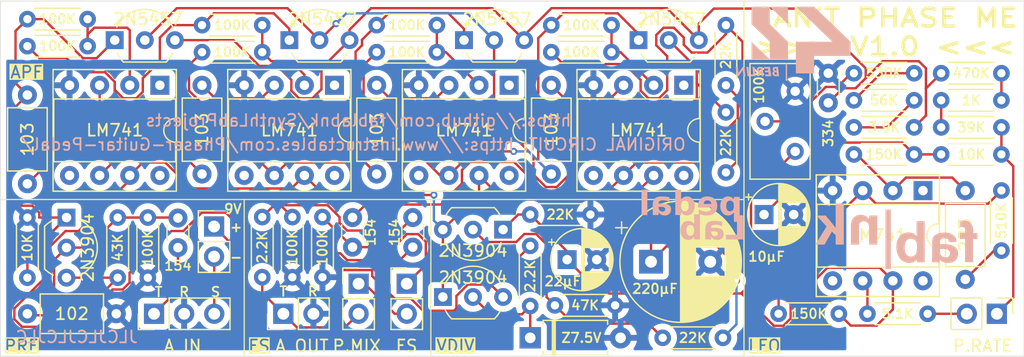
<source format=kicad_pcb>
(kicad_pcb (version 20240108) (generator "pcbnew") (generator_version "8.0")
  (layers (0 "F.Cu" signal) (31 "B.Cu" signal) (34 "B.Paste" user) (35 "F.Paste" user) (36 "B.SilkS" user "B.Silkscreen") (37 "F.SilkS" user "F.Silkscreen") (38 "B.Mask" user) (39 "F.Mask" user) (44 "Edge.Cuts" user))
  (net 0 "")
  (net 1 "Net-(BT1--)")
  (net 2 "+9V")
  (net 3 "Net-(U1-+)")
  (net 4 "A_DRY")
  (net 5 "Net-(U2-+)")
  (net 6 "Net-(Q4-D)")
  (net 7 "Net-(U3-+)")
  (net 8 "Net-(Q5-D)")
  (net 9 "Net-(U4-+)")
  (net 10 "Net-(C5-Pad1)")
  (net 11 "A_WET")
  (net 12 "Net-(C7-Pad2)")
  (net 13 "GND")
  (net 14 "+4V")
  (net 15 "+7V")
  (net 16 "LFO_OUT1")
  (net 17 "Net-(U5--)")
  (net 18 "Net-(C12-Pad2)")
  (net 19 "Net-(D1-K)")
  (net 20 "Net-(J1-PadT)")
  (net 21 "4V")
  (net 22 "Net-(U1--)")
  (net 23 "Net-(U2--)")
  (net 24 "Net-(U3--)")
  (net 25 "Net-(U4--)")
  (net 26 "Net-(R20-Pad2)")
  (net 27 "Net-(R21-Pad1)")
  (net 28 "Net-(U5-+)")
  (net 29 "Net-(R26-Pad1)")
  (net 45 "Net-(R20-Pad1)")
  (net 46 "Net-(R22-Pad1)")
  (net 47 "Net-(SW2A-C)")
  (net 48 "Net-(R30-Pad1)")
  (net 49 "Net-(R28-Pad1)")
  (net 50 "Net-(SW2A-B)")
  (net 51 "Net-(R26-Pad2)")
  (net 52 "Net-(R12-Pad1)")
  (net 53 "Net-(Q1-B)")
  (net 54 "Net-(C14-Pad1)")
  (net 55 "Net-(Q6-B)")
  (net 56 "Net-(Q3-D)")
  (footprint "Package_TO_SOT_THT:TO-92_Inline_Wide" (layer "F.Cu") (at 92.456 115.422)
    (property "Reference" "Q7" (hide yes))
    (property "Value" "2N3904")
  )
  (footprint "Resistor_THT:R_Axial_DIN0204_L3.6mm_D1.6mm_P5.08mm_Horizontal" (layer "F.Cu") (at 139.573 96.52 180)
    (property "Reference" "R21" (hide yes))
    (property "Value" "470K")
  )
  (footprint "Library:PinHeader_1x02_P2.54mm_Vertical_2_3" (layer "F.Cu") (at 89.408 114.3)
    (property "Reference" "SW2" (hide yes))
    (property "Value" "SW_DPDT_x2")
  )
  (footprint "Resistor_THT:R_Axial_DIN0204_L3.6mm_D1.6mm_P5.08mm_Horizontal" (layer "F.Cu") (at 139.573 101.092 180)
    (property "Reference" "R31" (hide yes))
    (property "Value" "1K")
  )
  (footprint "Resistor_THT:R_Axial_DIN0204_L3.6mm_D1.6mm_P5.08mm_Horizontal" (layer "F.Cu") (at 139.573 103.378 180)
    (property "Reference" "R22" (hide yes))
    (property "Value" "10K")
  )
  (footprint "Package_DIP:DIP-8_W7.62mm_Socket" (layer "F.Cu") (at 68.58 97.536 -90)
    (property "Reference" "U1" (hide yes))
    (property "Value" "LM741")
  )
  (footprint "Package_TO_SOT_THT:TO-92_Inline_Wide" (layer "F.Cu") (at 64.77 93.726)
    (property "Reference" "Q2" (hide yes))
    (property "Value" "2N5457")
  )
  (footprint "Resistor_THT:R_Axial_DIN0204_L3.6mm_D1.6mm_P5.08mm_Horizontal" (layer "F.Cu") (at 67.564 113.792 90)
    (property "Reference" "R15" (hide yes))
    (property "Value" "100K")
  )
  (footprint "Resistor_THT:R_Axial_DIN0204_L3.6mm_D1.6mm_P5.08mm_Horizontal" (layer "F.Cu") (at 106.68 94.742 180)
    (property "Reference" "R9" (hide yes))
    (property "Value" "100K")
  )
  (footprint "Resistor_THT:R_Axial_DIN0204_L3.6mm_D1.6mm_P5.08mm_Horizontal" (layer "F.Cu") (at 139.573 106.426 -90)
    (property "Reference" "R24" (hide yes))
    (property "Value" "510K")
  )
  (footprint "Capacitor_THT:C_Axial_L5.1mm_D3.1mm_P7.50mm_Horizontal" (layer "F.Cu") (at 136.525 106.436 -90)
    (property "Reference" "C12" (hide yes))
    (property "Value" "223")
  )
  (footprint "Resistor_THT:R_Axial_DIN0204_L3.6mm_D1.6mm_P5.08mm_Horizontal" (layer "F.Cu") (at 132.207 103.378 180)
    (property "Reference" "R25" (hide yes))
    (property "Value" "150K")
  )
  (footprint "Capacitor_THT:CP_Radial_D10.0mm_P5.00mm" (layer "F.Cu") (at 110.0112 112.4458)
    (property "Reference" "C10" (hide yes))
    (property "Value" "220µF")
  )
  (footprint "Capacitor_THT:C_Axial_L5.1mm_D3.1mm_P7.50mm_Horizontal" (layer "F.Cu") (at 57.404 98.358 -90)
    (property "Reference" "C1" (hide yes))
    (property "Value" "103")
  )
  (footprint "Resistor_THT:R_Axial_DIN0204_L3.6mm_D1.6mm_P5.08mm_Horizontal" (layer "F.Cu") (at 72.136 92.456)
    (property "Reference" "R4" (hide yes))
    (property "Value" "100K")
  )
  (footprint "Resistor_THT:R_Axial_DIN0204_L3.6mm_D1.6mm_P5.08mm_Horizontal" (layer "F.Cu") (at 116.078 118.872 180)
    (property "Reference" "R18" (hide yes))
    (property "Value" "22K")
  )
  (footprint "Potentiometer_THT:Potentiometer_Bourns_3296Y_Vertical" (layer "F.Cu") (at 122.174 103.124 -90)
    (property "Reference" "RV3" (hide yes))
    (property "Value" "100K")
  )
  (footprint "Package_DIP:DIP-8_W7.62mm_Socket" (layer "F.Cu") (at 132.959 106.436 -90)
    (property "Reference" "U5" (hide yes))
    (property "Value" "LM741")
  )
  (footprint "Package_TO_SOT_THT:TO-92_Inline_Wide" (layer "F.Cu") (at 97.536 109.728 180)
    (property "Reference" "Q1" (hide yes))
    (property "Value" "2N3904")
  )
  (footprint "Resistor_THT:R_Axial_DIN0204_L3.6mm_D1.6mm_P5.08mm_Horizontal" (layer "F.Cu") (at 57.404 108.712 -90)
    (property "Reference" "R14" (hide yes))
    (property "Value" "10K")
  )
  (footprint "Package_TO_SOT_THT:TO-92_Inline_Wide" (layer "F.Cu") (at 94.234 93.726)
    (property "Reference" "Q4" (hide yes))
    (property "Value" "2N5457")
  )
  (footprint "Connector_PinHeader_2.54mm:PinHeader_1x02_P2.54mm_Vertical" (layer "F.Cu") (at 139.192 116.84 -90)
    (property "Reference" "RV2" (hide yes))
    (property "Value" "50K")
  )
  (footprint "Package_TO_SOT_THT:TO-92_Inline_Wide" (layer "F.Cu") (at 60.706 108.712 -90)
    (property "Reference" "Q6" (hide yes))
    (property "Value" "2N3904")
  )
  (footprint "Resistor_THT:R_Axial_DIN0204_L3.6mm_D1.6mm_P5.08mm_Horizontal" (layer "F.Cu") (at 116.332 99.822 -90)
    (property "Reference" "R13" (hide yes))
    (property "Value" "22K")
  )
  (footprint "Resistor_THT:R_Axial_DIN0204_L3.6mm_D1.6mm_P5.08mm_Horizontal" (layer "F.Cu") (at 99.822 108.458)
    (property "Reference" "R16" (hide yes))
    (property "Value" "22K")
  )
  (footprint "Resistor_THT:R_Axial_DIN0204_L3.6mm_D1.6mm_P5.08mm_Horizontal" (layer "F.Cu") (at 132.207 101.092 180)
    (property "Reference" "R29" (hide yes))
    (property "Value" "3.9K")
  )
  (footprint "Capacitor_THT:C_Disc_D3.0mm_W1.6mm_P2.50mm" (layer "F.Cu") (at 89.916 108.712 -90)
    (property "Reference" "C5" (hide yes))
    (property "Value" "154")
  )
  (footprint "Diode_THT:D_A-405_P7.62mm_Horizontal" (layer "F.Cu") (at 99.822 118.872)
    (property "Reference" "D1" (hide yes))
    (property "Value" "Z7.5V")
  )
  (footprint "Resistor_THT:R_Axial_DIN0204_L3.6mm_D1.6mm_P5.08mm_Horizontal" (layer "F.Cu") (at 101.6 92.456)
    (property "Reference" "R8" (hide yes))
    (property "Value" "100K")
  )
  (footprint "Library:PinHeader_1x03_P2.54mm_Vertical_TRS" (layer "F.Cu") (at 68.087 116.84 90)
    (property "Reference" "J2" (hide yes))
    (property "Value" "AudioJack3")
  )
  (footprint "Resistor_THT:R_Axial_DIN0204_L3.6mm_D1.6mm_P5.08mm_Horizontal" (layer "F.Cu") (at 82.296 108.672 -90)
    (property "Reference" "R11" (hide yes))
    (property "Value" "100K")
  )
  (footprint "Capacitor_THT:C_Disc_D3.0mm_W1.6mm_P2.50mm" (layer "F.Cu") (at 124.968 96.52 -90)
    (property "Reference" "C11" (hide yes))
    (property "Value" "334")
  )
  (footprint "Resistor_THT:R_Axial_DIN0204_L3.6mm_D1.6mm_P5.08mm_Horizontal" (layer "F.Cu") (at 99.822 111.104 -90)
    (property "Reference" "R19" (hide yes))
    (property "Value" "2.2K")
  )
  (footprint "Capacitor_THT:C_Disc_D3.0mm_W1.6mm_P2.50mm" (layer "F.Cu") (at 70.104 108.752 -90)
    (property "Reference" "C7" (hide yes))
    (property "Value" "154")
  )
  (footprint "Package_TO_SOT_THT:TO-92_Inline_Wide" (layer "F.Cu") (at 108.966 93.726)
    (property "Reference" "Q5" (hide yes))
    (property "Value" "2N5457")
  )
  (footprint "Capacitor_THT:C_Axial_L5.1mm_D3.1mm_P7.50mm_Horizontal" (layer "F.Cu") (at 64.904 116.84 180)
    (property "Reference" "C8" (hide yes))
    (property "Value" "102")
  )
  (footprint "Capacitor_THT:C_Disc_D3.0mm_W1.6mm_P2.50mm" (layer "F.Cu") (at 84.836 108.712 -90)
    (property "Reference" "C6" (hide yes))
    (property "Value" "154")
  )
  (footprint "Capacitor_THT:C_Axial_L5.1mm_D3.1mm_P7.50mm_Horizontal" (layer "F.Cu") (at 72.136 105.036 90)
    (property "Reference" "C2" (hide yes))
    (property "Value" "103")
  )
  (footprint "Resistor_THT:R_Axial_DIN0204_L3.6mm_D1.6mm_P5.08mm_Horizontal" (layer "F.Cu") (at 62.484 94.234 180)
    (property "Reference" "R3" (hide yes))
    (property "Value" "100K")
  )
  (footprint "Resistor_THT:R_Axial_DIN0204_L3.6mm_D1.6mm_P5.08mm_Horizontal" (layer "F.Cu") (at 120.777 116.84)
    (property "Reference" "R23" (hide yes))
    (property "Value" "150K")
  )
  (footprint "Capacitor_THT:C_Axial_L5.1mm_D3.1mm_P7.50mm_Horizontal" (layer "F.Cu") (at 101.6 105.036 90)
    (property "Reference" "C4" (hide yes))
    (property "Value" "103")
  )
  (footprint "Package_DIP:DIP-8_W7.62mm_Socket" (layer "F.Cu") (at 112.776 97.536 -90)
    (property "Reference" "U4" (hide yes))
    (property "Value" "LM741")
  )
  (footprint "Resistor_THT:R_Axial_DIN0204_L3.6mm_D1.6mm_P5.08mm_Horizontal" (layer "F.Cu") (at 132.207 96.52 180)
    (property "Reference" "R20" (hide yes))
    (property "Value" "330K")
  )
  (footprint "Resistor_THT:R_Axial_DIN0204_L3.6mm_D1.6mm_P5.08mm_Horizontal" (layer "F.Cu") (at 101.9048 116.1288)
    (property "Reference" "R17" (hide yes))
    (property "Value" "47K")
  )
  (footprint "Resistor_THT:R_Axial_DIN0204_L3.6mm_D1.6mm_P5.08mm_Horizontal" (layer "F.Cu") (at 57.404 91.948)
    (property "Reference" "R1" (hide yes))
    (property "Value" "100K")
  )
  (footprint "Capacitor_THT:CP_Radial_D5.0mm_P2.50mm" (layer "F.Cu") (at 102.934888 112.268)
    (property "Reference" "C9" (hide yes))
    (property "Value" "22µF")
  )
  (footprint "Capacitor_THT:CP_Radial_D5.0mm_P2.50mm" (layer "F.Cu") (at 119.547 108.458)
    (property "Reference" "C14" (hide yes))
    (property "Value" "10µF")
  )
  (footprint "Resistor_THT:R_Axial_DIN0204_L3.6mm_D1.6mm_P5.08mm_Horizontal" (layer "F.Cu") (at 91.948 94.742 180)
    (property "Reference" "R7" (hide yes))
    (property "Value" "100K")
  )
  (footprint "Resistor_THT:R_Axial_DIN0204_L3.6mm_D1.6mm_P5.08mm_Horizontal" (layer "F.Cu") (at 86.868 92.456)
    (property "Reference" "R6" (hide yes))
    (property "Value" "100K")
  )
  (footprint "Capacitor_THT:C_Axial_L5.1mm_D3.1mm_P7.50mm_Horizontal" (layer "F.Cu") (at 86.868 105.036 90)
    (property "Reference" "C3" (hide yes))
    (property "Value" "103")
  )
  (footprint "Package_TO_SOT_THT:TO-92_Inline_Wide" (layer "F.Cu") (at 79.502 93.726)
    (property "Reference" "Q3" (hide yes))
    (property "Value" "2N5457")
  )
  (footprint "Resistor_THT:R_Axial_DIN0204_L3.6mm_D1.6mm_P5.08mm_Horizontal" (layer "F.Cu") (at 132.207 98.806 180)
    (property "Reference" "R28" (hide yes))
    (property "Value" "56K")
  )
  (footprint "Resistor_THT:R_Axial_DIN0204_L3.6mm_D1.6mm_P5.08mm_Horizontal" (layer "F.Cu") (at 116.332 92.456 -90)
    (property "Reference" "R12" (hide yes))
    (property "Value" "22K")
  )
  (footprint "Resistor_THT:R_Axial_DIN0204_L3.6mm_D1.6mm_P5.08mm_Horizontal" (layer "F.Cu") (at 77.216 94.742 180)
    (property "Reference" "R5" (hide yes))
    (property "Value" "100K")
  )
  (footprint "Package_DIP:DIP-8_W7.62mm_Socket" (layer "F.Cu") (at 83.312 97.536 -90)
    (property "Reference" "U2" (hide yes))
    (property "Value" "LM741")
  )
  (footprint "Resistor_THT:R_Axial_DIN0204_L3.6mm_D1.6mm_P5.08mm_Horizontal" (layer "F.Cu") (at 133.35 116.84 180)
    (property "Reference" "R26" (hide yes))
    (property "Value" "5.1K")
  )
  (footprint "Resistor_THT:R_Axial_DIN0204_L3.6mm_D1.6mm_P5.08mm_Horizontal" (layer "F.Cu") (at 79.756 113.752 90)
    (property "Reference" "R10" (hide yes))
    (property "Value" "100K")
  )
  (footprint "Resistor_THT:R_Axial_DIN0204_L3.6mm_D1.6mm_P5.08mm_Horizontal" (layer "F.Cu") (at 65.024 108.712 -90)
    (property "Reference" "R27" (hide yes))
    (property "Value" "43K")
  )
  (footprint "Connector_PinHeader_2.54mm:PinHeader_1x02_P2.54mm_Vertical" (layer "F.Cu") (at 73.152 109.469)
    (property "Reference" "BT1" (hide yes))
    (property "Value" "9V Battery")
  )
  (footprint "Library:PinHeader_1x02_P2.54mm_Vertical_TR" (layer "F.Cu") (at 78.994 116.84 90)
    (property "Reference" "J1" (hide yes))
    (property "Value" "AudioJack3")
  )
  (footprint "Package_DIP:DIP-8_W7.62mm_Socket" (layer "F.Cu") (at 98.044 97.536 -90)
    (property "Reference" "U3" (hide yes))
    (property "Value" "LM741")
  )
  (footprint "Resistor_THT:R_Axial_DIN0204_L3.6mm_D1.6mm_P5.08mm_Horizontal" (layer "F.Cu") (at 77.216 113.752 90)
    (property "Reference" "R2" (hide yes))
    (property "Value" "2.2K")
  )
  (footprint "Resistor_THT:R_Axial_DIN0204_L3.6mm_D1.6mm_P5.08mm_Horizontal" (layer "F.Cu") (at 134.493 98.806)
    (property "Reference" "R30" (hide yes))
    (property "Value" "39K")
  )
  (footprint "Connector_PinHeader_2.54mm:PinHeader_1x02_P2.54mm_Vertical" (layer "F.Cu") (at 85.344 114.3)
    (property "Reference" "RV1" (hide yes))
    (property "Value" "50K")
  )
  (gr_poly (pts (xy 136.366114 108.961303) (xy 136.320691 108.962982) (xy 136.275887 108.965592) (xy 136.232634 108.968977) (xy 136.191861 108.972982) (xy 136.154499 108.977452) (xy 136.121478 108.982232) (xy 136.093728 108.987167) (xy 136.093728 109.529563) (xy 136.101321 109.529414) (xy 136.109205 109.528994) (xy 136.125767 109.527496) (xy 136.14326 109.525377) (xy 136.161527 109.522948) (xy 136.180415 109.520519) (xy 136.199768 109.518401) (xy 136.20957 109.517555) (xy 136.219431 109.516902) (xy 136.22933 109.516482) (xy 136.239249 109.516334) (xy 136.27507 109.517287) (xy 136.291953 109.518503) (xy 136.308159 109.520235) (xy 136.323697 109.522501) (xy 136.338574 109.525316) (xy 136.352797 109.528698) (xy 136.366373 109.532663) (xy 136.379309 109.53723) (xy 136.391614 109.542414) (xy 136.403293 109.548233) (xy 136.414354 109.554703) (xy 136.424806 109.561842) (xy 136.434654 109.569667) (xy 136.443906 109.578194) (xy 136.452569 109.58744) (xy 136.460651 109.597423) (xy 136.468159 109.608159) (xy 136.475101 109.619666) (xy 136.481482 109.63196) (xy 136.487311 109.645058) (xy 136.492596 109.658977) (xy 136.497342 109.673734) (xy 136.501558 109.689346) (xy 136.505251 109.705831) (xy 136.508428 109.723204) (xy 136.511096 109.741483) (xy 136.513263 109.760686) (xy 136.516122 109.801927) (xy 136.517061 109.847063) (xy 136.517061 110.005813) (xy 136.080499 110.005813) (xy 136.080499 110.521751) (xy 136.503832 110.521751) (xy 136.503832 112.479667) (xy 137.17852 112.492897) (xy 137.17852 110.53498) (xy 137.548936 110.53498) (xy 137.548936 110.019042) (xy 137.191749 110.019042) (xy 137.191749 109.807375) (xy 137.188797 109.715023) (xy 137.179915 109.626663) (xy 137.165064 109.542566) (xy 137.155389 109.502201) (xy 137.144206 109.463004) (xy 137.131513 109.425008) (xy 137.117302 109.388247) (xy 137.101571 109.352756) (xy 137.084313 109.318568) (xy 137.065525 109.285717) (xy 137.045201 109.254237) (xy 137.023336 109.224162) (xy 136.999926 109.195526) (xy 136.974965 109.168363) (xy 136.94845 109.142706) (xy 136.920374 109.11859) (xy 136.890734 109.096049) (xy 136.859523 109.075116) (xy 136.826739 109.055825) (xy 136.792375 109.038211) (xy 136.756426 109.022307) (xy 136.718889 109.008147) (xy 136.679758 108.995764) (xy 136.639028 108.985194) (xy 136.596695 108.97647) (xy 136.552753 108.969625) (xy 136.507197 108.964694) (xy 136.460024 108.96171) (xy 136.411228 108.960708)) (fill solid) (layer "B.SilkS"))
  (gr_poly (pts (xy 129.796645 113.06175) (xy 130.246436 113.06175) (xy 130.246436 108.034667) (xy 129.796645 108.034667)) (fill solid) (layer "B.SilkS"))
  (gr_poly (pts (xy 120.46606 95.985651) (xy 120.455711 95.986163) (xy 120.445133 95.986973) (xy 120.43438 95.988137) (xy 120.423506 95.989708) (xy 120.412567 95.991741) (xy 120.401616 95.99429) (xy 120.390708 95.99741) (xy 120.379896 96.001154) (xy 120.369237 96.005576) (xy 120.358783 96.010732) (xy 120.348591 96.016676) (xy 120.338712 96.023461) (xy 120.333908 96.027186) (xy 120.329204 96.031142) (xy 120.324605 96.035335) (xy 120.320118 96.039773) (xy 120.315138 96.045159) (xy 120.310302 96.050967) (xy 120.305636 96.057195) (xy 120.301164 96.063839) (xy 120.296909 96.070896) (xy 120.292898 96.078362) (xy 120.289153 96.086235) (xy 120.285699 96.094511) (xy 120.28256 96.103188) (xy 120.279761 96.112261) (xy 120.277326 96.121728) (xy 120.275279 96.131585) (xy 120.273645 96.14183) (xy 120.272448 96.152458) (xy 120.271711 96.163467) (xy 120.27146 96.174854) (xy 120.271604 96.184258) (xy 120.272033 96.193411) (xy 120.272744 96.202318) (xy 120.273735 96.210982) (xy 120.275002 96.219408) (xy 120.276542 96.2276) (xy 120.278352 96.235563) (xy 120.28043 96.2433) (xy 120.282772 96.250815) (xy 120.285375 96.258114) (xy 120.288236 96.2652) (xy 120.291352 96.272077) (xy 120.29472 96.278749) (xy 120.298337 96.285222) (xy 120.3022 96.291498) (xy 120.306307 96.297583) (xy 120.310985 96.304038) (xy 120.315756 96.310064) (xy 120.320607 96.315678) (xy 120.325526 96.320894) (xy 120.330502 96.325726) (xy 120.335522 96.330191) (xy 120.340574 96.334302) (xy 120.345646 96.338074) (xy 120.350728 96.341523) (xy 120.355805 96.344664) (xy 120.360867 96.347511) (xy 120.365901 96.350079) (xy 120.370896 96.352383) (xy 120.375839 96.354438) (xy 120.380719 96.356259) (xy 120.385524 96.357861) (xy 120.378424 96.35974) (xy 120.371562 96.361827) (xy 120.364936 96.364107) (xy 120.358545 96.366567) (xy 120.352388 96.369193) (xy 120.346463 96.371971) (xy 120.340771 96.374887) (xy 120.335309 96.377927) (xy 120.330077 96.381079) (xy 120.325073 96.384327) (xy 120.320298 96.387658) (xy 120.315749 96.391058) (xy 120.311425 96.394513) (xy 120.307327 96.39801) (xy 120.303451 96.401534) (xy 120.299798 96.405073) (xy 120.293496 96.411781) (xy 120.287677 96.418573) (xy 120.282332 96.425462) (xy 120.277449 96.432464) (xy 120.273019 96.439594) (xy 120.26903 96.446867) (xy 120.265472 96.454296) (xy 120.262334 96.461898) (xy 120.259604 96.469688) (xy 120.257274 96.477679) (xy 120.255332 96.485888) (xy 120.253766 96.494328) (xy 120.252567 96.503016) (xy 120.251724 96.511965) (xy 120.251226 96.52119) (xy 120.251063 96.530708) (xy 120.251421 96.546028) (xy 120.252464 96.560677) (xy 120.254145 96.574661) (xy 120.256414 96.58799) (xy 120.259224 96.600672) (xy 120.262527 96.612716) (xy 120.266275 96.62413) (xy 120.27042 96.634923) (xy 120.274913 96.645103) (xy 120.279708 96.654679) (xy 120.284755 96.663659) (xy 120.290006 96.672051) (xy 120.295415 96.679865) (xy 120.300932 96.687109) (xy 120.30651 96.693791) (xy 120.312101 96.699919) (xy 120.317771 96.705627) (xy 120.323601 96.711045) (xy 120.329583 96.716178) (xy 120.33571 96.721035) (xy 120.348376 96.72995) (xy 120.361542 96.737845) (xy 120.375156 96.744778) (xy 120.389162 96.750807) (xy 120.403507 96.75599) (xy 120.418135 96.760382) (xy 120.432994 96.764043) (xy 120.448028 96.76703) (xy 120.463183 96.769399) (xy 120.478405 96.771209) (xy 120.493639 96.772516) (xy 120.508832 96.773379) (xy 120.523928 96.773854) (xy 120.538875 96.774) (xy 120.818751 96.774) (xy 120.802091 96.631657) (xy 120.628331 96.631657) (xy 120.565069 96.631657) (xy 120.551944 96.63145) (xy 120.537457 96.63068) (xy 120.529874 96.630016) (xy 120.522155 96.629128) (xy 120.514367 96.627989) (xy 120.506579 96.626572) (xy 120.498859 96.624848) (xy 120.491275 96.62279) (xy 120.483895 96.620371) (xy 120.476787 96.617562) (xy 120.470019 96.614337) (xy 120.463659 96.610667) (xy 120.460653 96.608657) (xy 120.457775 96.606525) (xy 120.455033 96.604268) (xy 120.452435 96.601883) (xy 120.450459 96.599957) (xy 120.448362 96.597713) (xy 120.446179 96.595139) (xy 120.443945 96.592224) (xy 120.441693 96.588956) (xy 120.439457 96.585323) (xy 120.437272 96.581313) (xy 120.436209 96.579164) (xy 120.435172 96.576916) (xy 120.434164 96.574568) (xy 120.433191 96.572118) (xy 120.432255 96.569565) (xy 120.431363 96.566909) (xy 120.430517 96.564146) (xy 120.429722 96.561276) (xy 120.428983 96.558297) (xy 120.428303 96.555208) (xy 120.427688 96.552007) (xy 120.42714 96.548693) (xy 120.426665 96.545264) (xy 120.426267 96.541719) (xy 120.42595 96.538057) (xy 120.425718 96.534276) (xy 120.425576 96.530374) (xy 120.425528 96.52635) (xy 120.425573 96.523129) (xy 120.425717 96.519742) (xy 120.425974 96.516213) (xy 120.426359 96.512564) (xy 120.426883 96.508817) (xy 120.427562 96.504994) (xy 120.428408 96.501118) (xy 120.429437 96.497211) (xy 120.43066 96.493296) (xy 120.432093 96.489394) (xy 120.433748 96.485529) (xy 120.43564 96.481722) (xy 120.437783 96.477995) (xy 120.440189 96.474372) (xy 120.442873 96.470875) (xy 120.445848 96.467525) (xy 120.448248 96.465146) (xy 120.450798 96.462906) (xy 120.453486 96.460804) (xy 120.4563 96.458832) (xy 120.459227 96.456989) (xy 120.462257 96.455269) (xy 120.468576 96.452183) (xy 120.475162 96.449538) (xy 120.481921 96.447303) (xy 120.488757 96.445442) (xy 120.495576 96.443921) (xy 120.502283 96.442707) (xy 120.508785 96.441765) (xy 120.514985 96.441061) (xy 120.52079 96.440562) (xy 120.530834 96.44004) (xy 120.53816 96.439927) (xy 120.605788 96.439927) (xy 120.628331 96.631657) (xy 120.802091 96.631657) (xy 120.763925 96.305576) (xy 120.590548 96.305576) (xy 120.554909 96.305576) (xy 120.543519 96.305369) (xy 120.53751 96.305069) (xy 120.531342 96.3046) (xy 120.525054 96.303935) (xy 120.518685 96.303047) (xy 120.512273 96.301908) (xy 120.505855 96.30049) (xy 120.499471 96.298766) (xy 120.493159 96.296708) (xy 120.486957 96.294288) (xy 120.480904 96.291479) (xy 120.475038 96.288252) (xy 120.469397 96.284582) (xy 120.46402 96.280438) (xy 120.461442 96.278181) (xy 120.458944 96.275795) (xy 120.45589 96.272531) (xy 120.45301 96.269015) (xy 120.450308 96.265266) (xy 120.447786 96.261306) (xy 120.445448 96.257155) (xy 120.443296 96.252832) (xy 120.441335 96.248358) (xy 120.439567 96.243753) (xy 120.437995 96.239038) (xy 120.436622 96.234232) (xy 120.435452 96.229355) (xy 120.434488 96.224429) (xy 120.433732 96.219473) (xy 120.433189 96.214507) (xy 120.43286 96.209552) (xy 120.43275 96.204627) (xy 120.432908 96.198804) (xy 120.433364 96.193312) (xy 120.434092 96.188141) (xy 120.435068 96.183281) (xy 120.436266 96.178724) (xy 120.43766 96.17446) (xy 120.439225 96.170478) (xy 120.440936 96.16677) (xy 120.442767 96.163326) (xy 120.444692 96.160136) (xy 120.446686 96.157191) (xy 120.448724 96.154481) (xy 120.45078 96.151997) (xy 120.452829 96.149729) (xy 120.454844 96.147667) (xy 120.456802 96.145802) (xy 120.458802 96.14415) (xy 120.460854 96.142597) (xy 120.462957 96.141141) (xy 120.465108 96.139777) (xy 120.469542 96.137316) (xy 120.474134 96.13519) (xy 120.478864 96.133375) (xy 120.483709 96.131847) (xy 120.488649 96.13058) (xy 120.493661 96.12955) (xy 120.498725 96.128734) (xy 120.503818 96.128105) (xy 120.508919 96.127641) (xy 120.514007 96.127316) (xy 120.524057 96.126985) (xy 120.533796 96.126919) (xy 120.570149 96.126919) (xy 120.590548 96.305576) (xy 120.763925 96.305576) (xy 120.726439 95.985306) (xy 120.485853 95.985306)) (fill solid) (layer "B.SilkS"))
  (gr_poly (pts (xy 119.578755 96.13854) (xy 119.871729 96.13854) (xy 119.893556 96.291051) (xy 119.610744 96.291051) (xy 119.632571 96.445014) (xy 119.91459 96.445014) (xy 119.938562 96.620036) (xy 119.640588 96.620036) (xy 119.661622 96.774) (xy 120.161765 96.774) (xy 120.051989 95.985306) (xy 119.557007 95.985306)) (fill solid) (layer "B.SilkS"))
  (gr_poly (pts (xy 118.151196 96.77327) (xy 118.324947 96.77327) (xy 118.232635 95.985306) (xy 118.058883 95.985306)) (fill solid) (layer "B.SilkS"))
  (gr_poly (pts (xy 125.312425 93.858169) (xy 122.231985 93.858169) (xy 122.231985 96.53509) (xy 123.772201 96.53509) (xy 123.772201 95.055739) (xy 126.851919 95.055739) (xy 126.851919 93.858169) (xy 123.772201 90.899465) (xy 122.231985 90.899465)) (fill solid) (layer "B.SilkS"))
  (gr_poly (pts (xy 121.571934 92.378817) (xy 121.571934 90.899465) (xy 120.03244 90.899465)) (fill solid) (layer "B.SilkS"))
  (gr_poly (pts (xy 117.392292 96.498029) (xy 117.331252 95.985306) (xy 117.15758 95.985306) (xy 117.249893 96.774) (xy 117.401022 96.774) (xy 117.749955 96.258372) (xy 117.809566 96.774) (xy 117.983238 96.774) (xy 117.889496 95.985306) (xy 117.738287 95.985306)) (fill solid) (layer "B.SilkS"))
  (gr_poly (pts (xy 118.641892 96.620036) (xy 118.407101 96.620036) (xy 118.425277 96.77327) (xy 118.833741 96.77327) (xy 118.740715 95.985306) (xy 118.566961 95.985306)) (fill solid) (layer "B.SilkS"))
  (gr_poly (pts (xy 121.374773 97.169057) (xy 121.492487 97.169057) (xy 121.492487 95.684626) (xy 121.374773 95.684626)) (fill solid) (layer "B.SilkS"))
  (gr_poly (pts (xy 127.64779 108.485426) (xy 127.603333 108.488325) (xy 127.559869 108.493146) (xy 127.517431 108.499884) (xy 127.476048 108.508531) (xy 127.435753 108.519079) (xy 127.396577 108.531521) (xy 127.358551 108.54585) (xy 127.321708 108.562059) (xy 127.286079 108.580141) (xy 127.251694 108.600087) (xy 127.218586 108.621892) (xy 127.186786 108.645547) (xy 127.156326 108.671046) (xy 127.127236 108.698381) (xy 127.099549 108.727545) (xy 127.073297 108.75853) (xy 127.048509 108.791329) (xy 127.025219 108.825936) (xy 127.003457 108.862343) (xy 126.983255 108.900542) (xy 126.964645 108.940526) (xy 126.947658 108.982288) (xy 126.932325 109.025821) (xy 126.918678 109.071117) (xy 126.906748 109.11817) (xy 126.896568 109.166972) (xy 126.888167 109.217515) (xy 126.881579 109.269792) (xy 126.876834 109.323797) (xy 126.873964 109.379522) (xy 126.873 109.436959) (xy 126.873 110.998) (xy 127.560916 110.998) (xy 127.560916 109.516334) (xy 127.56203 109.465203) (xy 127.565489 109.416107) (xy 127.571468 109.369221) (xy 127.58014 109.324718) (xy 127.59168 109.282772) (xy 127.59858 109.262814) (xy 127.606262 109.24356) (xy 127.614749 109.225032) (xy 127.624061 109.207254) (xy 127.634222 109.190245) (xy 127.645252 109.174029) (xy 127.657173 109.158627) (xy 127.670008 109.14406) (xy 127.683778 109.130351) (xy 127.698504 109.117521) (xy 127.71421 109.105592) (xy 127.730915 109.094586) (xy 127.748643 109.084525) (xy 127.767415 109.07543) (xy 127.787253 109.067324) (xy 127.808178 109.060228) (xy 127.830213 109.054163) (xy 127.853379 109.049153) (xy 127.877698 109.045218) (xy 127.903192 109.04238) (xy 127.929882 109.040661) (xy 127.957791 109.040084) (xy 127.985852 109.040552) (xy 128.012985 109.041973) (xy 128.039193 109.044367) (xy 128.064477 109.047758) (xy 128.088842 109.052165) (xy 128.112288 109.057612) (xy 128.134818 109.064119) (xy 128.156436 109.07171) (xy 128.177142 109.080405) (xy 128.19694 109.090226) (xy 128.215833 109.101195) (xy 128.233821 109.113335) (xy 128.250909 109.126666) (xy 128.267098 109.141211) (xy 128.28239 109.156991) (xy 128.296789 109.174029) (xy 128.310296 109.192345) (xy 128.322915 109.211963) (xy 128.334646 109.232903) (xy 128.345494 109.255187) (xy 128.35546 109.278837) (xy 128.364547 109.303876) (xy 128.372756 109.330324) (xy 128.380091 109.358204) (xy 128.386555 109.387537) (xy 128.392148 109.418345) (xy 128.396875 109.450651) (xy 128.400736 109.484475) (xy 128.403735 109.51984) (xy 128.405875 109.556767) (xy 128.407583 109.635396) (xy 128.407583 110.998) (xy 129.095499 110.998) (xy 129.095499 108.537375) (xy 128.434041 108.537375) (xy 128.429106 108.566753) (xy 128.424326 108.603728) (xy 128.419856 108.645973) (xy 128.415851 108.691164) (xy 128.412467 108.736975) (xy 128.409857 108.781081) (xy 128.408178 108.821156) (xy 128.407583 108.854875) (xy 128.391276 108.824554) (xy 128.372004 108.79338) (xy 128.349593 108.761741) (xy 128.323867 108.730025) (xy 128.294654 108.698619) (xy 128.278685 108.683153) (xy 128.261778 108.66791) (xy 128.243912 108.652938) (xy 128.225065 108.638286) (xy 128.205215 108.624003) (xy 128.184341 108.610136) (xy 128.16242 108.596734) (xy 128.139431 108.583845) (xy 128.115352 108.571519) (xy 128.09016 108.559803) (xy 128.063836 108.548746) (xy 128.036356 108.538396) (xy 128.007698 108.528802) (xy 127.977842 108.520012) (xy 127.946764 108.512075) (xy 127.914444 108.505039) (xy 127.88086 108.498952) (xy 127.845989 108.493864) (xy 127.809811 108.489822) (xy 127.772302 108.486874) (xy 127.733442 108.485071) (xy 127.693208 108.484459)) (fill solid) (layer "B.SilkS"))
  (gr_poly (pts (xy 119.162272 95.985743) (xy 119.14889 95.986397) (xy 119.135585 95.987438) (xy 119.122376 95.988939) (xy 119.109284 95.990972) (xy 119.09633 95.993609) (xy 119.083535 95.996923) (xy 119.070917 96.000985) (xy 119.058499 96.005869) (xy 119.0463 96.011647) (xy 119.034342 96.018391) (xy 119.022644 96.026173) (xy 119.011226 96.035066) (xy 119.00011 96.045142) (xy 118.989316 96.056474) (xy 118.984395 96.06205) (xy 118.979483 96.068165) (xy 118.974623 96.074832) (xy 118.969857 96.082061) (xy 118.965228 96.089865) (xy 118.960778 96.098256) (xy 118.956549 96.107244) (xy 118.952586 96.116842) (xy 118.948929 96.12706) (xy 118.945621 96.137912) (xy 118.942706 96.149409) (xy 118.940225 96.161562) (xy 118.938222 96.174383) (xy 118.936738 96.187883) (xy 118.935817 96.202075) (xy 118.93558 96.209434) (xy 118.9355 96.21697) (xy 118.935787 96.230808) (xy 118.936637 96.244265) (xy 118.93803 96.257338) (xy 118.939949 96.27002) (xy 118.942375 96.282306) (xy 118.945291 96.294191) (xy 118.948677 96.30567) (xy 118.952516 96.316738) (xy 118.956789 96.327388) (xy 118.961479 96.337616) (xy 118.966566 96.347416) (xy 118.972033 96.356783) (xy 118.977862 96.365712) (xy 118.984033 96.374198) (xy 118.99053 96.382234) (xy 118.997332 96.389817) (xy 119.003606 96.395953) (xy 119.010147 96.401827) (xy 119.016933 96.407436) (xy 119.023942 96.412774) (xy 119.031152 96.417835) (xy 119.038539 96.422614) (xy 119.046083 96.427105) (xy 119.053759 96.431304) (xy 119.061546 96.435206) (xy 119.069421 96.438804) (xy 119.077362 96.442094) (xy 119.085347 96.44507) (xy 119.093352 96.447726) (xy 119.101356 96.450059) (xy 119.109336 96.452062) (xy 119.117269 96.45373) (xy 118.923198 96.774) (xy 119.126 96.774) (xy 119.307689 96.463168) (xy 119.344044 96.774) (xy 119.517715 96.774) (xy 119.467308 96.343335) (xy 119.293879 96.343335) (xy 119.251015 96.343335) (xy 119.239757 96.343131) (xy 119.233714 96.342837) (xy 119.227447 96.342382) (xy 119.220997 96.34174) (xy 119.214402 96.340885) (xy 119.207703 96.339792) (xy 119.20094 96.338435) (xy 119.194151 96.336788) (xy 119.187377 96.334827) (xy 119.180656 96.332525) (xy 119.17403 96.329857) (xy 119.167537 96.326797) (xy 119.161218 96.323321) (xy 119.155111 96.319401) (xy 119.149256 96.315014) (xy 119.146457 96.312672) (xy 119.143787 96.310276) (xy 119.141244 96.307828) (xy 119.138825 96.305331) (xy 119.136528 96.302786) (xy 119.134349 96.300196) (xy 119.130337 96.294883) (xy 119.126769 96.289409) (xy 119.123622 96.283788) (xy 119.120876 96.278035) (xy 119.11851 96.272166) (xy 119.116501 96.266194) (xy 119.11483 96.260134) (xy 119.113474 96.254003) (xy 119.112412 96.247814) (xy 119.111623 96.241582) (xy 119.111086 96.235323) (xy 119.110779 96.229051) (xy 119.110682 96.22278) (xy 119.110755 96.21807) (xy 119.110993 96.213217) (xy 119.111424 96.208249) (xy 119.112075 96.203195) (xy 119.112974 96.198081) (xy 119.114147 96.192934) (xy 119.115622 96.187784) (xy 119.117428 96.182657) (xy 119.11959 96.177582) (xy 119.122137 96.172584) (xy 119.125096 96.167694) (xy 119.126739 96.165297) (xy 119.128495 96.162937) (xy 119.130368 96.160617) (xy 119.132361 96.158342) (xy 119.134477 96.156113) (xy 119.136721 96.153936) (xy 119.139095 96.151812) (xy 119.141603 96.149747) (xy 119.144248 96.147742) (xy 119.147034 96.145802) (xy 119.151379 96.143076) (xy 119.155957 96.140611) (xy 119.160762 96.138395) (xy 119.16579 96.136416) (xy 119.171036 96.134662) (xy 119.176493 96.133123) (xy 119.182157 96.131786) (xy 119.188022 96.13064) (xy 119.194083 96.129672) (xy 119.200336 96.128871) (xy 119.206774 96.128226) (xy 119.213394 96.127724) (xy 119.220188 96.127354) (xy 119.227153 96.127105) (xy 119.241571 96.126919) (xy 119.267684 96.126919) (xy 119.293879 96.343335) (xy 119.467308 96.343335) (xy 119.425402 95.985306) (xy 119.189182 95.985306)) (fill solid) (layer "B.SilkS"))
  (gr_poly (pts (xy 118.492224 92.378817) (xy 120.03244 93.858169) (xy 120.03244 95.33752) (xy 121.571934 95.33752) (xy 121.571934 93.858169) (xy 120.03244 92.378817) (xy 120.03244 90.899465) (xy 118.492224 90.899465)) (fill solid) (layer "B.SilkS"))
  (gr_poly (pts (xy 134.623908 109.982468) (xy 134.510672 109.99186) (xy 134.404722 110.007608) (xy 134.306137 110.02979) (xy 134.25963 110.043318) (xy 134.214992 110.058484) (xy 134.172235 110.075296) (xy 134.131367 110.093766) (xy 134.092398 110.113902) (xy 134.055338 110.135714) (xy 134.020197 110.159212) (xy 133.986983 110.184406) (xy 133.955708 110.211305) (xy 133.92638 110.23992) (xy 133.899009 110.270258) (xy 133.873605 110.302332) (xy 133.850178 110.336149) (xy 133.828737 110.37172) (xy 133.809292 110.409055) (xy 133.791853 110.448163) (xy 133.776429 110.489053) (xy 133.76303 110.531736) (xy 133.751667 110.576222) (xy 133.742347 110.622519) (xy 133.735082 110.670638) (xy 133.72988 110.720588) (xy 133.726752 110.772379) (xy 133.725707 110.826021) (xy 133.725707 111.857897) (xy 133.723433 112.050133) (xy 133.717439 112.244849) (xy 133.713434 112.331511) (xy 133.708964 112.40484) (xy 133.704184 112.460185) (xy 133.699249 112.492897) (xy 134.347478 112.492897) (xy 134.352439 112.470185) (xy 134.3574 112.442667) (xy 134.367322 112.378794) (xy 134.377243 112.312442) (xy 134.382204 112.281824) (xy 134.387165 112.254771) (xy 134.405355 112.282021) (xy 134.425406 112.309057) (xy 134.447627 112.335667) (xy 134.459648 112.348746) (xy 134.472328 112.361638) (xy 134.485706 112.374317) (xy 134.49982 112.386756) (xy 134.514709 112.398928) (xy 134.530412 112.410808) (xy 134.546968 112.422368) (xy 134.564415 112.433581) (xy 134.582793 112.444421) (xy 134.602139 112.454862) (xy 134.622493 112.464876) (xy 134.643894 112.474438) (xy 134.666379 112.483519) (xy 134.689989 112.492095) (xy 134.714761 112.500137) (xy 134.740735 112.50762) (xy 134.767949 112.514517) (xy 134.796443 112.520801) (xy 134.826253 112.526445) (xy 134.857421 112.531424) (xy 134.889983 112.535709) (xy 134.92398 112.539275) (xy 134.959449 112.542095) (xy 134.99643 112.544143) (xy 135.034961 112.54539) (xy 135.075082 112.545812) (xy 135.129887 112.5447) (xy 135.182695 112.54141) (xy 135.23352 112.536013) (xy 135.282382 112.528578) (xy 135.329295 112.519177) (xy 135.374279 112.507879) (xy 135.417348 112.494754) (xy 135.458521 112.479873) (xy 135.497814 112.463306) (xy 135.535244 112.445124) (xy 135.570829 112.425396) (xy 135.604584 112.404193) (xy 135.636528 112.381585) (xy 135.666677 112.357642) (xy 135.695048 112.332435) (xy 135.721657 112.306034) (xy 135.746523 112.278508) (xy 135.769661 112.249929) (xy 135.79109 112.220366) (xy 135.810825 112.189891) (xy 135.828884 112.158572) (xy 135.845283 112.12648) (xy 135.860041 112.093687) (xy 135.873172 112.06026) (xy 135.894628 111.991792) (xy 135.909785 111.921638) (xy 135.91878 111.85036) (xy 135.921748 111.77852) (xy 135.920732 111.738833) (xy 135.233832 111.738833) (xy 135.232582 111.770889) (xy 135.228794 111.802421) (xy 135.225929 111.817925) (xy 135.222409 111.833217) (xy 135.218224 111.848272) (xy 135.213368 111.863064) (xy 135.207835 111.877564) (xy 135.201615 111.891747) (xy 135.194703 111.905587) (xy 135.187091 111.919055) (xy 135.178772 111.932126) (xy 135.169737 111.944774) (xy 135.159981 111.956971) (xy 135.149496 111.96869) (xy 135.138275 111.979906) (xy 135.12631 111.990591) (xy 135.113594 112.00072) (xy 135.10012 112.010264) (xy 135.08588 112.019198) (xy 135.070868 112.027495) (xy 135.055075 112.035128) (xy 135.038495 112.042071) (xy 135.021121 112.048297) (xy 135.002945 112.053779) (xy 134.98396 112.058491) (xy 134.964159 112.062405) (xy 134.943534 112.065497) (xy 134.922078 112.067738) (xy 134.899784 112.069102) (xy 134.876645 112.069563) (xy 134.836831 112.06868) (xy 134.799204 112.066068) (xy 134.763705 112.06178) (xy 134.730271 112.055868) (xy 134.698843 112.048387) (xy 134.669361 112.03939) (xy 134.641763 112.028929) (xy 134.615989 112.017059) (xy 134.591978 112.003832) (xy 134.569671 111.989302) (xy 134.549005 111.973523) (xy 134.529922 111.956546) (xy 134.512359 111.938426) (xy 134.496258 111.919216) (xy 134.481556 111.89897) (xy 134.468194 111.877739) (xy 134.456111 111.855579) (xy 134.445247 111.832542) (xy 134.43554 111.808681) (xy 134.426931 111.78405) (xy 134.419358 111.758702) (xy 134.412762 111.73269) (xy 134.402255 111.678888) (xy 134.394927 111.623071) (xy 134.390292 111.565665) (xy 134.387867 111.507097) (xy 134.387166 111.447792) (xy 134.387166 111.368416) (xy 134.664978 111.368416) (xy 134.73895 111.36996) (xy 134.807166 111.374566) (xy 134.869762 111.382195) (xy 134.926874 111.392808) (xy 134.978638 111.406367) (xy 135.025189 111.422832) (xy 135.046552 111.432143) (xy 135.066662 111.442166) (xy 135.085537 111.452896) (xy 135.103194 111.464328) (xy 135.11965 111.476459) (xy 135.13492 111.489282) (xy 135.149024 111.502793) (xy 135.161976 111.516987) (xy 135.173795 111.531859) (xy 135.184497 111.547405) (xy 135.1941 111.563619) (xy 135.20262 111.580497) (xy 135.210074 111.598034) (xy 135.216479 111.616225) (xy 135.221852 111.635065) (xy 135.22621 111.654549) (xy 135.231949 111.695432) (xy 135.233832 111.738833) (xy 135.920732 111.738833) (xy 135.920436 111.727282) (xy 135.916519 111.677745) (xy 135.91003 111.629903) (xy 135.901 111.583752) (xy 135.889461 111.539287) (xy 135.875443 111.496503) (xy 135.858979 111.455395) (xy 135.8401 111.415958) (xy 135.818837 111.378189) (xy 135.795222 111.34208) (xy 135.769286 111.307629) (xy 135.741062 111.27483) (xy 135.71058 111.243678) (xy 135.677871 111.214168) (xy 135.642968 111.186296) (xy 135.605902 111.160057) (xy 135.566704 111.135445) (xy 135.525406 111.112456) (xy 135.48204 111.091086) (xy 135.436636 111.071328) (xy 135.389226 111.053179) (xy 135.339843 111.036634) (xy 135.288516 111.021687) (xy 135.235279 111.008335) (xy 135.180161 110.996571) (xy 135.123196 110.986391) (xy 135.064414 110.977791) (xy 135.003846 110.970766) (xy 134.941525 110.96531) (xy 134.877481 110.961419) (xy 134.744353 110.958312) (xy 134.387166 110.958312) (xy 134.387166 110.812791) (xy 134.387986 110.780587) (xy 134.390628 110.748635) (xy 134.395363 110.717187) (xy 134.402462 110.686494) (xy 134.406983 110.67151) (xy 134.412196 110.656809) (xy 134.418137 110.642423) (xy 134.424838 110.628384) (xy 134.432333 110.614722) (xy 134.440657 110.60147) (xy 134.449844 110.588659) (xy 134.459926 110.57632) (xy 134.470939 110.564485) (xy 134.482916 110.553185) (xy 134.49589 110.542452) (xy 134.509897 110.532318) (xy 134.52497 110.522813) (xy 134.541142 110.513969) (xy 134.558448 110.505818) (xy 134.576921 110.498392) (xy 134.596596 110.491721) (xy 134.617507 110.485838) (xy 134.639686 110.480773) (xy 134.663169 110.476559) (xy 134.687989 110.473226) (xy 134.71418 110.470807) (xy 134.741776 110.469332) (xy 134.770811 110.468833) (xy 134.797406 110.46918) (xy 134.822646 110.470215) (xy 134.846573 110.471929) (xy 134.869229 110.474311) (xy 134.890654 110.477352) (xy 134.91089 110.481042) (xy 134.929978 110.485371) (xy 134.947958 110.490331) (xy 134.964873 110.49591) (xy 134.980763 110.5021) (xy 134.99567 110.50889) (xy 135.009634 110.516272) (xy 135.022697 110.524235) (xy 135.0349 110.53277) (xy 135.046285 110.541866) (xy 135.056892 110.551515) (xy 135.066763 110.561707) (xy 135.075938 110.572431) (xy 135.084459 110.583679) (xy 135.092368 110.59544) (xy 135.099705 110.607705) (xy 135.106511 110.620465) (xy 135.118697 110.647427) (xy 135.129255 110.676249) (xy 135.138515 110.706855) (xy 135.146806 110.739165) (xy 135.154457 110.773104) (xy 135.802686 110.773104) (xy 135.792545 110.692246) (xy 135.776745 110.613656) (xy 135.766601 110.575339) (xy 135.754898 110.53774) (xy 135.741587 110.500912) (xy 135.726618 110.464906) (xy 135.709945 110.429771) (xy 135.691517 110.395559) (xy 135.671288 110.362321) (xy 135.649207 110.330108) (xy 135.625228 110.29897) (xy 135.599301 110.268958) (xy 135.571378 110.240124) (xy 135.54141 110.212518) (xy 135.50935 110.186191) (xy 135.475148 110.161194) (xy 135.438757 110.137577) (xy 135.400127 110.115392) (xy 135.35921 110.09469) (xy 135.315959 110.075521) (xy 135.270324 110.057936) (xy 135.222257 110.041986) (xy 135.171709 110.027722) (xy 135.118632 110.015195) (xy 135.062978 110.004455) (xy 135.004699 109.995555) (xy 134.943745 109.988543) (xy 134.880068 109.983472) (xy 134.81362 109.980392) (xy 134.744353 109.979354)) (fill solid) (layer "B.SilkS"))
  (gr_poly (pts (xy 132.41602 110.283625) (xy 132.395065 110.253898) (xy 132.371785 110.224404) (xy 132.346024 110.195375) (xy 132.317628 110.167043) (xy 132.302393 110.153211) (xy 132.286441 110.139641) (xy 132.269753 110.126362) (xy 132.252309 110.113403) (xy 132.23409 110.100792) (xy 132.215076 110.088559) (xy 132.195248 110.076733) (xy 132.174587 110.065344) (xy 132.153074 110.054419) (xy 132.130688 110.043988) (xy 132.107411 110.034081) (xy 132.083224 110.024726) (xy 132.058106 110.015952) (xy 132.032038 110.007789) (xy 132.005002 110.000265) (xy 131.976977 109.99341) (xy 131.947944 109.987252) (xy 131.917885 109.981821) (xy 131.886779 109.977146) (xy 131.854607 109.973256) (xy 131.82135 109.97018) (xy 131.786988 109.967946) (xy 131.751503 109.966585) (xy 131.714874 109.966125) (xy 131.652629 109.96774) (xy 131.592398 109.972533) (xy 131.534176 109.980426) (xy 131.477963 109.991343) (xy 131.423756 110.005205) (xy 131.371552 110.021935) (xy 131.321349 110.041456) (xy 131.273144 110.06369) (xy 131.226935 110.088559) (xy 131.18272 110.115986) (xy 131.140496 110.145894) (xy 131.10026 110.178205) (xy 131.062011 110.212841) (xy 131.025746 110.249725) (xy 130.991463 110.28878) (xy 130.959158 110.329927) (xy 130.92883 110.37309) (xy 130.900476 110.41819) (xy 130.874094 110.465151) (xy 130.849681 110.513895) (xy 130.827236 110.564344) (xy 130.806755 110.616421) (xy 130.788235 110.670049) (xy 130.771676 110.725149) (xy 130.757074 110.781644) (xy 130.744426 110.839457) (xy 130.733731 110.89851) (xy 130.724986 110.958726) (xy 130.718189 111.020027) (xy 130.713336 111.082336) (xy 130.709458 111.209667) (xy 130.713789 111.338038) (xy 130.726743 111.464587) (xy 130.748263 111.588423) (xy 130.778291 111.708654) (xy 130.816767 111.82439) (xy 130.863634 111.934739) (xy 130.918834 112.038809) (xy 130.949541 112.08821) (xy 130.982309 112.135708) (xy 131.017131 112.181191) (xy 131.054 112.224547) (xy 131.092909 112.265664) (xy 131.13385 112.304432) (xy 131.176816 112.340739) (xy 131.2218 112.374473) (xy 131.268795 112.405523) (xy 131.317792 112.433778) (xy 131.368786 112.459126) (xy 131.421769 112.481456) (xy 131.476733 112.500656) (xy 131.533671 112.516615) (xy 131.592576 112.529222) (xy 131.65344 112.538364) (xy 131.716258 112.543932) (xy 131.78102 112.545812) (xy 131.848034 112.544579) (xy 131.91034 112.540903) (xy 131.968189 112.534825) (xy 132.021832 112.526382) (xy 132.071522 112.515614) (xy 132.117511 112.502559) (xy 132.16005 112.487256) (xy 132.199392 112.469744) (xy 132.235789 112.450062) (xy 132.269491 112.428248) (xy 132.300752 112.404341) (xy 132.329824 112.37838) (xy 132.356957 112.350404) (xy 132.382404 112.320451) (xy 132.406418 112.288561) (xy 132.429249 112.254771) (xy 132.429843 112.285079) (xy 132.431523 112.316163) (xy 132.434132 112.347556) (xy 132.437517 112.378795) (xy 132.441522 112.409413) (xy 132.445992 112.438946) (xy 132.450772 112.466929) (xy 132.455708 112.492897) (xy 133.103937 112.492897) (xy 133.103937 111.685918) (xy 133.103937 111.262583) (xy 132.455708 111.262583) (xy 132.454274 111.338486) (xy 132.449817 111.412161) (xy 132.442104 111.483238) (xy 132.430903 111.551351) (xy 132.415981 111.616131) (xy 132.397106 111.677209) (xy 132.374046 111.734218) (xy 132.360873 111.761081) (xy 132.346567 111.786789) (xy 132.331098 111.811295) (xy 132.314437 111.834554) (xy 132.296555 111.856519) (xy 132.277424 111.877145) (xy 132.257013 111.896385) (xy 132.235295 111.914194) (xy 132.212239 111.930525) (xy 132.187817 111.945332) (xy 132.162 111.95857) (xy 132.134758 111.970192) (xy 132.106063 111.980152) (xy 132.075886 111.988405) (xy 132.044197 111.994903) (xy 132.010967 111.999602) (xy 131.976168 112.002455) (xy 131.93977 112.003417) (xy 131.906826 112.002529) (xy 131.874964 111.999883) (xy 131.844183 111.995503) (xy 131.81448 111.989412) (xy 131.785853 111.981636) (xy 131.758298 111.972198) (xy 131.731815 111.961122) (xy 131.706399 111.948433) (xy 131.682049 111.934155) (xy 131.658763 111.918312) (xy 131.636538 111.900929) (xy 131.615371 111.882029) (xy 131.59526 111.861637) (xy 131.576203 111.839777) (xy 131.558198 111.816473) (xy 131.541241 111.79175) (xy 131.525331 111.765632) (xy 131.510465 111.738142) (xy 131.49664 111.709306) (xy 131.483854 111.679147) (xy 131.472106 111.64769) (xy 131.461391 111.614959) (xy 131.451709 111.580977) (xy 131.443056 111.54577) (xy 131.43543 111.509362) (xy 131.428829 111.471776) (xy 131.42325 111.433038) (xy 131.418691 111.39317) (xy 131.415149 111.352198) (xy 131.412622 111.310145) (xy 131.410603 111.222896) (xy 131.412473 111.14729) (xy 131.418122 111.074456) (xy 131.427608 111.004683) (xy 131.440989 110.938262) (xy 131.458323 110.875485) (xy 131.479669 110.816642) (xy 131.505084 110.762023) (xy 131.519336 110.736389) (xy 131.534627 110.711919) (xy 131.550964 110.688652) (xy 131.568355 110.666622) (xy 131.586807 110.645866) (xy 131.606328 110.626421) (xy 131.626924 110.608322) (xy 131.648602 110.591607) (xy 131.671371 110.576311) (xy 131.695237 110.562471) (xy 131.720208 110.550123) (xy 131.74629 110.539304) (xy 131.773492 110.530049) (xy 131.80182 110.522396) (xy 131.831281 110.51638) (xy 131.861884 110.512038) (xy 131.893635 110.509406) (xy 131.926541 110.508521) (xy 131.962977 110.509257) (xy 131.997887 110.511466) (xy 132.031295 110.515148) (xy 132.063225 110.520303) (xy 132.093702 110.526931) (xy 132.12275 110.535031) (xy 132.150393 110.544604) (xy 132.176655 110.55565) (xy 132.201561 110.568168) (xy 132.225134 110.58216) (xy 132.247399 110.597624) (xy 132.268381 110.614561) (xy 132.288102 110.632971) (xy 132.306589 110.652853) (xy 132.323864 110.674209) (xy 132.339952 110.697037) (xy 132.354878 110.721337) (xy 132.368665 110.747111) (xy 132.381338 110.774358) (xy 132.392921 110.803077) (xy 132.403438 110.833269) (xy 132.412913 110.864933) (xy 132.421371 110.898071) (xy 132.428836 110.932681) (xy 132.435332 110.968764) (xy 132.440883 111.00632) (xy 132.449248 111.08585) (xy 132.454125 111.171271) (xy 132.455708 111.262583) (xy 133.103937 111.262583) (xy 133.103936 109.013625) (xy 132.41602 109.013625)) (fill solid) (layer "B.SilkS"))
  (gr_poly (pts (xy 125.58977 109.582479) (xy 125.514323 109.482227) (xy 125.427713 109.370813) (xy 125.331181 109.249476) (xy 125.225968 109.119458) (xy 124.994457 108.838339) (xy 124.743103 108.537375) (xy 123.962583 108.537375) (xy 124.822478 109.463417) (xy 123.883207 110.998) (xy 124.650499 110.998) (xy 125.27227 109.89998) (xy 125.58977 110.204251) (xy 125.58977 110.998) (xy 126.277686 110.998) (xy 126.277686 107.531959) (xy 125.58977 107.531959)) (fill solid) (layer "B.SilkS"))
  (gr_poly (pts (xy 118.492303 95.337552) (xy 120.032488 95.337552) (xy 118.492303 93.8582)) (fill solid) (layer "B.SilkS"))
  (gr_line (start 117.856 113.284) (end 117.856 101.854) (stroke (width 0.1)) (layer "F.SilkS"))
  (gr_line (start 91.44 120.3452) (end 91.44 107.188) (stroke (width 0.1)) (layer "F.SilkS"))
  (gr_line (start 55.1688 107.188) (end 117.856 107.188) (stroke (width 0.1)) (layer "F.SilkS"))
  (gr_line (start 117.856 113.284) (end 117.856 120.3452) (stroke (width 0.1)) (layer "F.SilkS"))
  (gr_line (start 75.692 107.188) (end 75.692 120.3452) (stroke (width 0.1)) (layer "F.SilkS"))
  (gr_line (start 117.856 101.854) (end 117.856 90.4748) (stroke (width 0.1)) (layer "F.SilkS"))
  (gr_rect (start 55.118 90.424) (end 141.478 120.424) (stroke (width 0.05)) (fill none) (layer "Edge.Cuts"))
  (gr_text "pedal" (at 117.729 108.839 0) (layer "B.SilkS") (effects (font (size 2 2) (thickness 0.3) (bold yes)) (justify left bottom mirror)))
  (gr_text "ORIGINAL CIRCUIT: https://www.instructables.com/Phaser-Guitar-Pedal/" (at 113.03 103.124 -0) (layer "B.SilkS") (effects (font (size 1 1)) (justify left bottom mirror)))
  (gr_text "JLCJLCJLCJLC" (at 66.802 119.38 -0) (layer "B.SilkS") (effects (font (size 1 1)) (justify left bottom mirror)))
  (gr_text "https://github.com/fablabnk/SynthLabProjects" (at 103.378 101.092 0) (layer "B.SilkS") (effects (font (size 1 1)) (justify left bottom mirror)))
  (gr_text "Lab" (at 118.048169 110.90403 0) (layer "B.SilkS") (effects (font (size 2 2) (thickness 0.3) (bold yes)) (justify left bottom mirror)))
  (gr_text "-" (at 74.422 112.522 0) (layer "F.SilkS") (effects (font (size 0.8 0.8)) (justify left bottom)))
  (gr_text "S" (at 72.7964 115.4684 0) (layer "F.SilkS") (effects (font (size 0.8 0.8)) (justify left bottom)))
  (gr_text "R" (at 70.1294 115.4684 0) (layer "F.SilkS") (effects (font (size 0.8 0.8)) (justify left bottom)))
  (gr_text "PRE" (at 55.372 120.142 0) (layer "F.SilkS" knockout) (effects (font (size 1 1)) (justify left bottom)))
  (gr_text "VDIV" (at 91.821 120.142 0) (layer "F.SilkS" knockout) (effects (font (size 1 1)) (justify left bottom)))
  (gr_text "P.MIX" (at 83.058 120.142 0) (layer "F.SilkS") (effects (font (size 1 1)) (justify left bottom)))
  (gr_text "APF" (at 55.88 97.028 0) (layer "F.SilkS" knockout) (effects (font (size 1 1)) (justify left bottom)))
  (gr_text "FS" (at 88.392 120.142 0) (layer "F.SilkS") (effects (font (size 1 1)) (justify left bottom)))
  (gr_text "+" (at 74.422 109.982 0) (layer "F.SilkS") (effects (font (size 0.8 0.8)) (justify left bottom)))
  (gr_text "CAN'T PHASE ME\n>>> V1.0 <<<\n" (at 129.7432 95.1484 0) (layer "F.SilkS") (effects (font (size 1.5 1.8) (thickness 0.3) (bold yes)) (justify bottom)))
  (gr_text "T" (at 78.5876 115.4176 0) (layer "F.SilkS") (effects (font (size 0.8 0.8)) (justify left bottom)))
  (gr_text "A OUT" (at 78.232 120.142 0) (layer "F.SilkS") (effects (font (size 1 1)) (justify left bottom)))
  (gr_text "A IN" (at 68.834 120.142 0) (layer "F.SilkS") (effects (font (size 1 1)) (justify left bottom)))
  (gr_text "T" (at 68.072 115.4684 0) (layer "F.SilkS") (effects (font (size 0.8 0.8)) (justify left bottom)))
  (gr_text "LFO" (at 118.11 120.142 0) (layer "F.SilkS" knockout) (effects (font (size 1 1)) (justify left bottom)))
  (gr_text "R" (at 80.9752 115.4176 0) (layer "F.SilkS") (effects (font (size 0.8 0.8)) (justify left bottom)))
  (gr_text "FS" (at 75.946 120.142 0) (layer "F.SilkS" knockout) (effects (font (size 1 1)) (justify left bottom)))
  (gr_text "P.RATE" (at 135.382 120.142 0) (layer "F.SilkS") (effects (font (size 1 1)) (justify left bottom)))
  (gr_text "9V" (at 73.914 108.458 0) (layer "F.SilkS") (effects (font (size 0.8 0.8)) (justify left bottom)))
  (segment (start 73.167 116.84) (end 73.167 112.024) (width 0.2) (layer "F.Cu") (net 1))
  (segment (start 73.167 112.024) (end 73.152 112.009) (width 0.2) (layer "F.Cu") (net 1))
  (segment (start 94.561075 114.372) (end 93.599 115.334075) (width 0.2) (layer "F.Cu") (net 2))
  (segment (start 96.486 114.372) (end 94.561075 114.372) (width 0.2) (layer "F.Cu") (net 2))
  (segment (start 93.392 116.586) (end 90.780346 116.586) (width 0.2) (layer "F.Cu") (net 2))
  (segment (start 83.686 113.15) (end 82.931 112.395) (width 0.2) (layer "F.Cu") (net 2))
  (segment (start 90.780346 116.586) (end 89.764346 115.57) (width 0.2) (layer "F.Cu") (net 2))
  (segment (start 97.536 115.422) (end 96.486 114.372) (width 0.2) (layer "F.Cu") (net 2))
  (segment (start 93.599 115.334075) (end 93.599 116.379) (width 0.2) (layer "F.Cu") (net 2))
  (segment (start 88.399 115.57) (end 86.494 113.665) (width 0.2) (layer "F.Cu") (net 2))
  (segment (start 76.078 112.395) (end 73.152 109.469) (width 0.2) (layer "F.Cu") (net 2))
  (segment (start 86.494 113.15) (end 83.686 113.15) (width 0.2) (layer "F.Cu") (net 2))
  (segment (start 86.494 113.665) (end 86.494 113.15) (width 0.2) (layer "F.Cu") (net 2))
  (segment (start 89.764346 115.57) (end 88.399 115.57) (width 0.2) (layer "F.Cu") (net 2))
  (segment (start 99.822 111.104) (end 96.554 114.372) (width 0.2) (layer "F.Cu") (net 2))
  (segment (start 82.931 112.395) (end 76.078 112.395) (width 0.2) (layer "F.Cu") (net 2))
  (segment (start 96.554 114.372) (end 96.486 114.372) (width 0.2) (layer "F.Cu") (net 2))
  (segment (start 93.599 116.379) (end 93.392 116.586) (width 0.2) (layer "F.Cu") (net 2))
  (segment (start 63.5 97.536) (end 63.5 99.762) (width 0.2) (layer "F.Cu") (net 3))
  (segment (start 63.5 99.762) (end 57.404 105.858) (width 0.2) (layer "F.Cu") (net 3))
  (segment (start 56.007 106.807) (end 56.007 99.755) (width 0.2) (layer "F.Cu") (net 4))
  (segment (start 58.404 108.297786) (end 57.818214 107.712) (width 0.2) (layer "F.Cu") (net 4))
  (segment (start 69.549786 109.852) (end 66.024 113.377786) (width 0.2) (layer "F.Cu") (net 4))
  (segment (start 62.085786 95.25) (end 63.246 95.25) (width 0.2) (layer "F.Cu") (net 4))
  (segment (start 65.438214 114.792) (end 64.589686 114.792) (width 0.2) (layer "F.Cu") (net 4))
  (segment (start 64.589686 114.792) (end 61.041686 118.34) (width 0.2) (layer "F.Cu") (net 4))
  (segment (start 83.797022 111.728657) (end 77.572657 111.728657) (width 0.2) (layer "F.Cu") (net 4))
  (segment (start 89.916 111.212) (end 88.816 112.312) (width 0.2) (layer "F.Cu") (net 4))
  (segment (start 70.559635 109.852) (end 69.549786 109.852) (width 0.2) (layer "F.Cu") (net 4))
  (segment (start 56.912 107.712) (end 56.007 106.807) (width 0.2) (layer "F.Cu") (net 4))
  (segment (start 56.782679 118.34) (end 55.904 117.461321) (width 0.2) (layer "F.Cu") (net 4))
  (segment (start 84.380365 112.312) (end 83.797022 111.728657) (width 0.2) (layer "F.Cu") (net 4))
  (segment (start 56.404 92.948) (end 57.404 91.948) (width 0.2) (layer "F.Cu") (net 4))
  (segment (start 56.007 99.755) (end 57.404 98.358) (width 0.2) (layer "F.Cu") (net 4))
  (segment (start 57.404 112.014) (end 57.404 113.792) (width 0.2) (layer "F.Cu") (net 4))
  (segment (start 57.404 98.358) (end 56.404 97.358) (width 0.2) (layer "F.Cu") (net 4))
  (segment (start 63.246 95.25) (end 64.77 93.726) (width 0.2) (layer "F.Cu") (net 4))
  (segment (start 60.706 108.712) (end 58.404 108.712) (width 0.2) (layer "F.Cu") (net 4))
  (segment (start 56.404 97.358) (end 56.404 92.948) (width 0.2) (layer "F.Cu") (net 4))
  (segment (start 55.904 113.514) (end 60.706 108.712) (width 0.2) (layer "F.Cu") (net 4))
  (segment (start 60.706 108.712) (end 57.404 112.014) (width 0.2) (layer "F.Cu") (net 4))
  (segment (start 58.404 108.712) (end 58.404 108.297786) (width 0.2) (layer "F.Cu") (net 4))
  (segment (start 77.572657 111.728657) (end 74.140365 108.296365) (width 0.2) (layer "F.Cu") (net 4))
  (segment (start 66.024 114.206214) (end 65.438214 114.792) (width 0.2) (layer "F.Cu") (net 4))
  (segment (start 88.816 112.312) (end 84.380365 112.312) (width 0.2) (layer "F.Cu") (net 4))
  (segment (start 55.904 117.461321) (end 55.904 113.514) (width 0.2) (layer "F.Cu") (net 4))
  (segment (start 58.783786 91.948) (end 62.085786 95.25) (width 0.2) (layer "F.Cu") (net 4))
  (segment (start 61.041686 118.34) (end 56.782679 118.34) (width 0.2) (layer "F.Cu") (net 4))
  (segment (start 57.818214 107.712) (end 56.912 107.712) (width 0.2) (layer "F.Cu") (net 4))
  (segment (start 74.140365 108.296365) (end 72.11527 108.296365) (width 0.2) (layer "F.Cu") (net 4))
  (segment (start 57.404 91.948) (end 58.783786 91.948) (width 0.2) (layer "F.Cu") (net 4))
  (segment (start 72.11527 108.296365) (end 70.559635 109.852) (width 0.2) (layer "F.Cu") (net 4))
  (segment (start 66.024 113.377786) (end 66.024 114.206214) (width 0.2) (layer "F.Cu") (net 4))
  (segment (start 73.236 98.636) (end 77.132 98.636) (width 0.2) (layer "F.Cu") (net 5))
  (segment (start 77.132 98.636) (end 78.232 97.536) (width 0.2) (layer "F.Cu") (net 5))
  (segment (start 72.136 97.536) (end 73.236 98.636) (width 0.2) (layer "F.Cu") (net 5))
  (segment (start 86.868 105.036) (end 85.768 103.936) (width 0.2) (layer "F.Cu") (net 6))
  (segment (start 71.036 95.842) (end 71.036 97.991635) (width 0.2) (layer "F.Cu") (net 6))
  (segment (start 87.884 91.44) (end 86.868 92.456) (width 0.2) (layer "F.Cu") (net 6))
  (segment (start 85.888 104.056) (end 86.868 105.036) (width 0.2) (layer "F.Cu") (net 6))
  (segment (start 72.136 94.742) (end 71.036 95.842) (width 0.2) (layer "F.Cu") (net 6))
  (segment (start 71.036 97.991635) (end 78.200365 105.156) (width 0.2) (layer "F.Cu") (net 6))
  (segment (start 85.09 99.187) (end 85.09 94.702925) (width 0.2) (layer "F.Cu") (net 6))
  (segment (start 85.768 103.936) (end 85.768 99.865) (width 0.2) (layer "F.Cu") (net 6))
  (segment (start 94.234 93.726) (end 94.234 92.776) (width 0.2) (layer "F.Cu") (net 6))
  (segment (start 92.898 91.44) (end 87.884 91.44) (width 0.2) (layer "F.Cu") (net 6))
  (segment (start 94.234 92.776) (end 92.898 91.44) (width 0.2) (layer "F.Cu") (net 6))
  (segment (start 79.332 104.056) (end 85.888 104.056) (width 0.2) (layer "F.Cu") (net 6))
  (segment (start 85.09 94.702925) (end 85.632 94.160925) (width 0.2) (layer "F.Cu") (net 6))
  (segment (start 78.232 105.156) (end 79.332 104.056) (width 0.2) (layer "F.Cu") (net 6))
  (segment (start 85.768 99.865) (end 85.09 99.187) (width 0.2) (layer "F.Cu") (net 6))
  (segment (start 85.632 94.160925) (end 85.632 93.692) (width 0.2) (layer "F.Cu") (net 6))
  (segment (start 78.200365 105.156) (end 78.232 105.156) (width 0.2) (layer "F.Cu") (net 6))
  (segment (start 85.632 93.692) (end 86.868 92.456) (width 0.2) (layer "F.Cu") (net 6))
  (segment (start 91.864 98.636) (end 92.964 97.536) (width 0.2) (layer "F.Cu") (net 7))
  (segment (start 87.968 98.636) (end 91.864 98.636) (width 0.2) (layer "F.Cu") (net 7))
  (segment (start 86.868 97.536) (end 87.968 98.636) (width 0.2) (layer "F.Cu") (net 7))
  (segment (start 101.6 92.456) (end 102.6 91.456) (width 0.2) (layer "F.Cu") (net 8))
  (segment (start 102.6 91.456) (end 107.204 91.456) (width 0.2) (layer "F.Cu") (net 8))
  (segment (start 85.768 95.842) (end 86.868 94.742) (width 0.2) (layer "F.Cu") (net 8))
  (segment (start 100.5 93.556) (end 101.6 92.456) (width 0.2) (layer "F.Cu") (net 8))
  (segment (start 107.204 91.456) (end 108.966 93.218) (width 0.2) (layer "F.Cu") (net 8))
  (segment (start 108.966 93.218) (end 108.966 93.726) (width 0.2) (layer "F.Cu") (net 8))
  (segment (start 94.996 103.124) (end 98.425 103.124) (width 0.2) (layer "F.Cu") (net 8))
  (segment (start 101.6 105.036) (end 100.5 103.936) (width 0.2) (layer "F.Cu") (net 8))
  (segment (start 100.5 103.936) (end 100.5 93.556) (width 0.2) (layer "F.Cu") (net 8))
  (segment (start 92.964 105.156) (end 92.221 105.156) (width 0.2) (layer "F.Cu") (net 8))
  (segment (start 92.221 105.156) (end 85.768 98.703) (width 0.2) (layer "F.Cu") (net 8))
  (segment (start 85.768 98.703) (end 85.768 95.842) (width 0.2) (layer "F.Cu") (net 8))
  (segment (start 92.964 105.156) (end 94.996 103.124) (width 0.2) (layer "F.Cu") (net 8))
  (via (at 98.425 103.124) (size 0.6) (drill 0.3) (layers "F.Cu" "B.Cu") (net 8))
  (segment (start 98.425 103.124) (end 99.688 103.124) (width 0.2) (layer "B.Cu") (net 8))
  (segment (start 99.688 103.124) (end 101.6 105.036) (width 0.2) (layer "B.Cu") (net 8))
  (segment (start 106.596 98.636) (end 107.696 97.536) (width 0.2) (layer "F.Cu") (net 9))
  (segment (start 102.7 98.636) (end 106.596 98.636) (width 0.2) (layer "F.Cu") (net 9))
  (segment (start 101.6 97.536) (end 102.7 98.636) (width 0.2) (layer "F.Cu") (net 9))
  (segment (start 77.216 108.672) (end 78.212 107.676) (width 0.2) (layer "F.Cu") (net 10))
  (segment (start 82.736 107.672) (end 83.736 108.672) (width 0.2) (layer "F.Cu") (net 10))
  (segment (start 78.76 107.676) (end 78.212 107.676) (width 0.2) (layer "F.Cu") (net 10))
  (segment (start 88.816 109.812) (end 89.916 108.712) (width 0.2) (layer "F.Cu") (net 10))
  (segment (start 78.212 107.676) (end 78.216 107.672) (width 0.2) (layer "F.Cu") (net 10))
  (segment (start 84.380365 109.812) (end 88.816 109.812) (width 0.2) (layer "F.Cu") (net 10))
  (segment (start 78.216 107.672) (end 82.736 107.672) (width 0.2) (layer "F.Cu") (net 10))
  (segment (start 83.736 109.167635) (end 84.380365 109.812) (width 0.2) (layer "F.Cu") (net 10))
  (segment (start 83.736 108.672) (end 83.736 109.167635) (width 0.2) (layer "F.Cu") (net 10))
  (segment (start 79.756 108.672) (end 78.76 107.676) (width 0.2) (layer "F.Cu") (net 10))
  (segment (start 117.332 100.346) (end 117.332 98.536) (width 0.2) (layer "F.Cu") (net 11))
  (segment (start 113.622 104.056) (end 117.332 100.346) (width 0.2) (layer "F.Cu") (net 11))
  (segment (start 100.978679 106.536) (end 99.144 104.701321) (width 0.2) (layer "F.Cu") (net 11))
  (segment (start 92.286 107.612) (end 85.936 107.612) (width 0.2) (layer "F.Cu") (net 11))
  (segment (start 94.751365 104.013) (end 94.064 104.700365) (width 0.2) (layer "F.Cu") (net 11))
  (segment (start 106.316 106.536) (end 100.978679 106.536) (width 0.2) (layer "F.Cu") (net 11))
  (segment (start 85.936 107.612) (end 84.836 108.712) (width 0.2) (layer "F.Cu") (net 11))
  (segment (start 107.696 105.156) (end 106.316 106.536) (width 0.2) (layer "F.Cu") (net 11))
  (segment (start 98.456635 104.013) (end 94.751365 104.013) (width 0.2) (layer "F.Cu") (net 11))
  (segment (start 94.064 105.834) (end 92.286 107.612) (width 0.2) (layer "F.Cu") (net 11))
  (segment (start 117.332 98.536) (end 116.332 97.536) (width 0.2) (layer "F.Cu") (net 11))
  (segment (start 99.144 104.701321) (end 99.144 104.700365) (width 0.2) (layer "F.Cu") (net 11))
  (segment (start 108.796 104.056) (end 113.622 104.056) (width 0.2) (layer "F.Cu") (net 11))
  (segment (start 94.064 104.700365) (end 94.064 105.834) (width 0.2) (layer "F.Cu") (net 11))
  (segment (start 99.144 104.700365) (end 98.456635 104.013) (width 0.2) (layer "F.Cu") (net 11))
  (segment (start 107.696 105.156) (end 108.796 104.056) (width 0.2) (layer "F.Cu") (net 11))
  (segment (start 70.104 111.252) (end 70.104 114.823) (width 0.2) (layer "F.Cu") (net 12))
  (segment (start 70.104 114.823) (end 68.087 116.84) (width 0.2) (layer "F.Cu") (net 12))
  (segment (start 117.602 115.1288) (end 117.651586 115.1288) (width 0.2) (layer "F.Cu") (net 14))
  (segment (start 98.806 108.458) (end 97.536 109.728) (width 0.2) (layer "F.Cu") (net 14))
  (segment (start 117.651586 115.1288) (end 118.418893 115.896107) (width 0.2) (layer "F.Cu") (net 14))
  (segment (start 124.883365 112.956) (end 121.793 116.046365) (width 0.2) (layer "F.Cu") (net 14))
  (segment (start 118.447 106.851) (end 118.447 114.2838) (width 0.2) (layer "F.Cu") (net 14))
  (segment (start 130.419 114.056) (end 129.319 112.956) (width 0.2) (layer "F.Cu") (net 14))
  (segment (start 126.857 117.84) (end 129.048 117.84) (width 0.2) (layer "F.Cu") (net 14))
  (segment (start 102.934888 111.570888) (end 102.934888 112.268) (width 0.2) (layer "F.Cu") (net 14))
  (segment (start 102.934888 112.268) (end 105.795688 115.1288) (width 0.2) (layer "F.Cu") (net 14))
  (segment (start 122.174 103.124) (end 118.447 106.851) (width 0.2) (layer "F.Cu") (net 14))
  (segment (start 121.175214 117.856) (end 120.378786 117.856) (width 0.2) (layer "F.Cu") (net 14))
  (segment (start 129.048 117.84) (end 130.419 116.469) (width 0.2) (layer "F.Cu") (net 14))
  (segment (start 121.793 116.046365) (end 121.793 117.238214) (width 0.2) (layer "F.Cu") (net 14))
  (segment (start 121.793 117.238214) (end 121.175214 117.856) (width 0.2) (layer "F.Cu") (net 14))
  (segment (start 99.822 108.458) (end 98.806 108.458) (width 0.2) (layer "F.Cu") (net 14))
  (segment (start 129.319 112.956) (end 124.883365 112.956) (width 0.2) (layer "F.Cu") (net 14))
  (segment (start 125.857 116.84) (end 126.857 117.84) (width 0.2) (layer "F.Cu") (net 14))
  (segment (start 130.419 116.469) (end 130.419 114.056) (width 0.2) (layer "F.Cu") (net 14))
  (segment (start 120.378786 117.856) (end 118.418893 115.896107) (width 0.2) (layer "F.Cu") (net 14))
  (segment (start 118.447 114.2838) (end 117.602 115.1288) (width 0.2) (layer "F.Cu") (net 14))
  (segment (start 105.795688 115.1288) (end 117.602 115.1288) (width 0.2) (layer "F.Cu") (net 14))
  (segment (start 99.822 108.458) (end 102.934888 111.570888) (width 0.2) (layer "F.Cu") (net 14))
  (segment (start 71.235635 106.256) (end 79.672 106.256) (width 0.2) (layer "F.Cu") (net 15))
  (segment (start 60.876 117.94) (end 56.948365 117.94) (width 0.2) (layer "F.Cu") (net 15))
  (segment (start 110.0112 112.4458) (end 110.0112 108.9952) (width 0.2) (layer "F.Cu") (net 15))
  (segment (start 65.024 113.792) (end 60.876 117.94) (width 0.2) (layer "F.Cu") (net 15))
  (segment (start 95.504 106.68) (end 95.504 105.156) (width 0.2) (layer "F.Cu") (net 15))
  (segment (start 92.456 115.422) (end 92.456 109.728) (width 0.2) (layer "F.Cu") (net 15))
  (segment (start 67.14 104.056) (end 69.035635 104.056) (width 0.2) (layer "F.Cu") (net 15))
  (segment (start 56.304 116.384365) (end 59.182 113.506365) (width 0.2) (layer "F.Cu") (net 15))
  (segment (start 60.706 113.792) (end 65.024 113.792) (width 0.2) (layer "F.Cu") (net 15))
  (segment (start 111.3112 111.1458) (end 115.5908 111.1458) (width 0.2) (layer "F.Cu") (net 15))
  (segment (start 82.423 106.807) (end 91.694 106.807) (width 0.2) (layer "F.Cu") (net 15))
  (segment (start 59.182 113.506365) (end 59.182 111.291075) (width 0.2) (layer "F.Cu") (net 15))
  (segment (start 80.772 105.156) (end 82.423 106.807) (width 0.2) (layer "F.Cu") (net 15))
  (segment (start 92.456 109.728) (end 95.504 106.68) (width 0.2) (layer "F.Cu") (net 15))
  (segment (start 117.221 112.776) (end 117.221 114.046) (width 0.2) (layer "F.Cu") (net 15))
  (segment (start 97.536 107.188) (end 95.504 105.156) (width 0.2) (layer "F.Cu") (net 15))
  (segment (start 66.04 105.537) (end 66.04 105.156) (width 0.2) (layer "F.Cu") (net 15))
  (segment (start 66.04 105.156) (end 67.14 104.056) (width 0.2) (layer "F.Cu") (net 15))
  (segment (start 115.5908 111.1458) (end 117.221 112.776) (width 0.2) (layer "F.Cu") (net 15))
  (segment (start 110.0112 108.9952) (end 108.204 107.188) (width 0.2) (layer "F.Cu") (net 15))
  (segment (start 110.0112 112.4458) (end 111.3112 111.1458) (width 0.2) (layer "F.Cu") (net 15))
  (segment (start 61.722 109.855) (end 66.04 105.537) (width 0.2) (layer "F.Cu") (net 15))
  (segment (start 69.035635 104.056) (end 71.235635 106.256) (width 0.2) (layer "F.Cu") (net 15))
  (segment (start 108.204 107.188) (end 97.536 107.188) (width 0.2) (layer "F.Cu") (net 15))
  (segment (start 56.304 117.295635) (end 56.304 116.384365) (width 0.2) (layer "F.Cu") (net 15))
  (segment (start 110.236 105.156) (end 108.204 107.188) (width 0.2) (layer "F.Cu") (net 15))
  (segment (start 79.672 106.256) (end 80.772 105.156) (width 0.2) (layer "F.Cu") (net 15))
  (segment (start 59.182 111.291075) (end 60.618075 109.855) (width 0.2) (layer "F.Cu") (net 15))
  (segment (start 60.618075 109.855) (end 61.722 109.855) (width 0.2) (layer "F.Cu") (net 15))
  (segment (start 56.948365 117.94) (end 56.304 117.295635) (width 0.2) (layer "F.Cu") (net 15))
  (via (at 91.694 106.807) (size 0.6) (drill 0.3) (layers "F.Cu" "B.Cu") (net 15))
  (via (at 117.221 114.046) (size 0.6) (drill 0.3) (layers "F.Cu" "B.Cu") (net 15))
  (segment (start 117.221 117.729) (end 116.078 118.872) (width 0.2) (layer "B.Cu") (net 15))
  (segment (start 117.221 114.046) (end 117.221 117.729) (width 0.2) (layer "B.Cu") (net 15))
  (segment (start 91.694 108.966) (end 92.456 109.728) (width 0.2) (layer "B.Cu") (net 15))
  (segment (start 91.694 106.807) (end 91.694 108.966) (width 0.2) (layer "B.Cu") (net 15))
  (segment (start 99.314 93.327786) (end 99.314 93.726) (width 0.2) (layer "F.Cu") (net 16))
  (segment (start 133.207 97.806) (end 133.207 100.092) (width 0.2) (layer "F.Cu") (net 16))
  (segment (start 114.046 92.329) (end 115.316 91.059) (width 0.2) (layer "F.Cu") (net 16))
  (segment (start 114.046 93.726) (end 111.344 91.024) (width 0.2) (layer "F.Cu") (net 16))
  (segment (start 134.493 96.52) (end 133.207 97.806) (width 0.2) (layer "F.Cu") (net 16))
  (segment (start 81.45 98.636) (end 82.212 97.874) (width 0.2) (layer "F.Cu") (net 16))
  (segment (start 86.395 91.024) (end 84.582 92.837) (width 0.2) (layer "F.Cu") (net 16))
  (segment (start 133.207 100.092) (end 132.207 101.092) (width 0.2) (layer "F.Cu") (net 16))
  (segment (start 74.785786 93.726) (end 76.963786 95.904) (width 0.2) (layer "F.Cu") (net 16))
  (segment (start 76.963786 95.904) (end 78.495635 95.904) (width 0.2) (layer "F.Cu") (net 16))
  (segment (start 128.127 96.934214) (end 127.271214 97.79) (width 0.2) (layer "F.Cu") (net 16))
  (segment (start 129.557214 95.504) (end 128.127 96.934214) (width 0.2) (layer "F.Cu") (net 16))
  (segment (start 127.271214 97.79) (end 126.198 97.79) (width 0.2) (layer "F.Cu") (net 16))
  (segment (start 115.316 91.059) (end 123.080214 91.059) (width 0.2) (layer "F.Cu") (net 16))
  (segment (start 126.198 97.79) (end 124.968 99.02) (width 0.2) (layer "F.Cu") (net 16))
  (segment (start 80.316365 98.636) (end 81.45 98.636) (width 0.2) (layer "F.Cu") (net 16))
  (segment (start 133.207 97.806) (end 133.207 96.105786) (width 0.2) (layer "F.Cu") (net 16))
  (segment (start 101.617786 91.024) (end 99.314 93.327786) (width 0.2) (layer "F.Cu") (net 16))
  (segment (start 99.314 93.726) (end 96.612 91.024) (width 0.2) (layer "F.Cu") (net 16))
  (segment (start 69.85 93.726) (end 74.785786 93.726) (width 0.2) (layer "F.Cu") (net 16))
  (segment (start 123.080214 91.059) (end 128.127 96.105786) (width 0.2) (layer "F.Cu") (net 16))
  (segment (start 128.127 96.105786) (end 128.127 96.934214) (width 0.2) (layer "F.Cu") (net 16))
  (segment (start 133.207 96.105786) (end 132.605214 95.504) (width 0.2) (layer "F.Cu") (net 16))
  (segment (start 111.344 91.024) (end 101.617786 91.024) (width 0.2) (layer "F.Cu") (net 16))
  (segment (start 82.212 96.096) (end 84.582 93.726) (width 0.2) (layer "F.Cu") (net 16))
  (segment (start 114.046 93.726) (end 114.046 92.329) (width 0.2) (layer "F.Cu") (net 16))
  (segment (start 96.612 91.024) (end 86.395 91.024) (width 0.2) (layer "F.Cu") (net 16))
  (segment (start 132.605214 95.504) (end 129.557214 95.504) (width 0.2) (layer "F.Cu") (net 16))
  (segment (start 78.495635 95.904) (end 79.672 97.080365) (width 0.2) (layer "F.Cu") (net 16))
  (segment (start 84.582 92.837) (end 84.582 93.726) (width 0.2) (layer "F.Cu") (net 16))
  (segment (start 82.212 97.874) (end 82.212 96.096) (width 0.2) (layer "F.Cu") (net 16))
  (segment (start 79.672 97.080365) (end 79.672 97.991635) (width 0.2) (layer "F.Cu") (net 16))
  (segment (start 79.672 97.991635) (end 80.316365 98.636) (width 0.2) (layer "F.Cu") (net 16))
  (segment (start 130.419 106.436) (end 127.361 103.378) (width 0.2) (layer "F.Cu") (net 17))
  (segment (start 127.361 103.378) (end 127.127 103.378) (width 0.2) (layer "F.Cu") (net 17))
  (segment (start 130.419 106.436) (end 131.519 105.336) (width 0.2) (layer "F.Cu") (net 17))
  (segment (start 131.519 105.336) (end 135.425 105.336) (width 0.2) (layer "F.Cu") (net 17))
  (segment (start 135.425 105.336) (end 136.525 106.436) (width 0.2) (layer "F.Cu") (net 17))
  (segment (start 136.525 113.936) (end 138.955 111.506) (width 0.2) (layer "F.Cu") (net 18))
  (segment (start 138.955 111.506) (end 139.573 111.506) (width 0.2) (layer "F.Cu") (net 18))
  (segment (start 99.822 116.184) (end 99.122 116.884) (width 0.2) (layer "F.Cu") (net 19))
  (segment (start 99.122 116.884) (end 96.458 116.884) (width 0.2) (layer "F.Cu") (net 19))
  (segment (start 99.822 118.872) (end 99.822 116.184) (width 0.2) (layer "F.Cu") (net 19))
  (segment (start 96.458 116.884) (end 94.996 115.422) (width 0.2) (layer "F.Cu") (net 19))
  (segment (start 84.194 117.99) (end 85.344 116.84) (width 0.2) (layer "F.Cu") (net 20))
  (segment (start 78.994 116.84) (end 80.144 117.99) (width 0.2) (layer "F.Cu") (net 20))
  (segment (start 77.216 115.062) (end 78.994 116.84) (width 0.2) (layer "F.Cu") (net 20))
  (segment (start 77.216 113.752) (end 77.216 115.062) (width 0.2) (layer "F.Cu") (net 20))
  (segment (start 80.144 117.99) (end 84.194 117.99) (width 0.2) (layer "F.Cu") (net 20))
  (segment (start 104.813635 103.378) (end 102.055635 106.136) (width 0.2) (layer "F.Cu") (net 21))
  (segment (start 113.876 96.096) (end 113.876 98.636) (width 0.2) (layer "F.Cu") (net 21))
  (segment (start 100.1 105.091635) (end 100.1 103.529) (width 0.2) (layer "F.Cu") (net 21))
  (segment (start 96.774 100.203) (end 96.774 93.726) (width 0.2) (layer "F.Cu") (net 21))
  (segment (start 109.134 103.378) (end 104.813635 103.378) (width 0.2) (layer "F.Cu") (net 21))
  (segment (start 116.332 99.822) (end 113.876 97.366) (width 0.2) (layer "F.Cu") (net 21))
  (segment (start 70.012 91.024) (end 79.34 91.024) (width 0.2) (layer "F.Cu") (net 21))
  (segment (start 102.055635 106.136) (end 101.144365 106.136) (width 0.2) (layer "F.Cu") (net 21))
  (segment (start 101.144365 106.136) (end 100.1 105.091635) (width 0.2) (layer "F.Cu") (net 21))
  (segment (start 113.876 98.636) (end 109.134 103.378) (width 0.2) (layer "F.Cu") (net 21))
  (segment (start 67.31 93.726) (end 70.012 91.024) (width 0.2) (layer "F.Cu") (net 21))
  (segment (start 100.1 103.529) (end 96.774 100.203) (width 0.2) (layer "F.Cu") (net 21))
  (segment (start 113.876 97.366) (end 113.876 96.096) (width 0.2) (layer "F.Cu") (net 21))
  (segment (start 82.042 93.726) (end 83.439 92.329) (width 0.2) (layer "F.Cu") (net 21))
  (segment (start 79.34 91.024) (end 82.042 93.726) (width 0.2) (layer "F.Cu") (net 21))
  (segment (start 111.506 93.726) (end 113.876 96.096) (width 0.2) (layer "F.Cu") (net 21))
  (via (at 83.439 92.329) (size 0.6) (drill 0.3) (layers "F.Cu" "B.Cu") (net 21))
  (segment (start 83.439 92.329) (end 84.312 91.456) (width 0.2) (layer "B.Cu") (net 21))
  (segment (start 84.312 91.456) (end 94.504 91.456) (width 0.2) (layer "B.Cu") (net 21))
  (segment (start 94.504 91.456) (end 96.774 93.726) (width 0.2) (layer "B.Cu") (net 21))
  (segment (start 65.82 92.676) (end 66.04 92.896) (width 0.2) (layer "F.Cu") (net 22))
  (segment (start 62.484 94.234) (end 62.484 93.244051) (width 0.2) (layer "F.Cu") (net 22))
  (segment (start 63.052051 92.676) (end 65.82 92.676) (width 0.2) (layer "F.Cu") (net 22))
  (segment (start 62.484 91.948) (end 62.484 94.234) (width 0.2) (layer "F.Cu") (net 22))
  (segment (start 66.04 92.896) (end 66.04 97.536) (width 0.2) (layer "F.Cu") (net 22))
  (segment (start 65.786 97.536) (end 66.04 97.536) (width 0.2) (layer "F.Cu") (net 22))
  (segment (start 62.484 93.244051) (end 63.052051 92.676) (width 0.2) (layer "F.Cu") (net 22))
  (segment (start 77.978 95.504) (end 79.629 95.504) (width 0.2) (layer "F.Cu") (net 23))
  (segment (start 80.772 96.647) (end 80.772 97.536) (width 0.2) (layer "F.Cu") (net 23))
  (segment (start 77.216 94.742) (end 77.978 95.504) (width 0.2) (layer "F.Cu") (net 23))
  (segment (start 77.216 92.456) (end 77.216 94.742) (width 0.2) (layer "F.Cu") (net 23))
  (segment (start 79.629 95.504) (end 80.772 96.647) (width 0.2) (layer "F.Cu") (net 23))
  (segment (start 95.504 97.536) (end 92.71 94.742) (width 0.2) (layer "F.Cu") (net 24))
  (segment (start 92.71 94.742) (end 91.948 94.742) (width 0.2) (layer "F.Cu") (net 24))
  (segment (start 91.948 94.742) (end 91.948 92.456) (width 0.2) (layer "F.Cu") (net 24))
  (segment (start 110.236 97.536) (end 107.442 94.742) (width 0.2) (layer "F.Cu") (net 25))
  (segment (start 106.68 92.456) (end 106.68 94.742) (width 0.2) (layer "F.Cu") (net 25))
  (segment (start 107.442 94.742) (end 106.68 94.742) (width 0.2) (layer "F.Cu") (net 25))
  (segment (start 124.754708 97.677657) (end 125.744657 97.677657) (width 0.2) (layer "F.Cu") (net 26))
  (segment (start 121.848365 100.584) (end 124.754708 97.677657) (width 0.2) (layer "F.Cu") (net 26))
  (segment (start 126.902314 96.52) (end 127.127 96.52) (width 0.2) (layer "F.Cu") (net 26))
  (segment (start 125.744657 97.677657) (end 126.902314 96.52) (width 0.2) (layer "F.Cu") (net 26))
  (segment (start 119.634 100.584) (end 121.848365 100.584) (width 0.2) (layer "F.Cu") (net 26))
  (segment (start 139.573 98.806) (end 139.573 96.52) (width 0.2) (layer "F.Cu") (net 27))
  (segment (start 127.879 106.436) (end 128.979 107.536) (width 0.2) (layer "F.Cu") (net 28))
  (segment (start 127.879 106.436) (end 120.777 113.538) (width 0.2) (layer "F.Cu") (net 28))
  (segment (start 138.463 107.536) (end 139.573 106.426) (width 0.2) (layer "F.Cu") (net 28))
  (segment (start 128.979 107.536) (end 138.463 107.536) (width 0.2) (layer "F.Cu") (net 28))
  (segment (start 120.777 113.538) (end 120.777 116.84) (width 0.2) (layer "F.Cu") (net 28))
  (segment (start 133.35 116.84) (end 136.652 116.84) (width 0.2) (layer "F.Cu") (net 29))
  (segment (start 129.413 96.52) (end 127.127 98.806) (width 0.2) (layer "F.Cu") (net 45))
  (segment (start 132.207 96.52) (end 129.413 96.52) (width 0.2) (layer "F.Cu") (net 45))
  (segment (start 140.573 115.459) (end 140.573 104.378) (width 0.2) (layer "F.Cu") (net 46))
  (segment (start 139.573 103.378) (end 139.573 101.092) (width 0.2) (layer "F.Cu") (net 46))
  (segment (start 139.192 116.84) (end 140.573 115.459) (width 0.2) (layer "F.Cu") (net 46))
  (segment (start 140.573 104.378) (end 139.573 103.378) (width 0.2) (layer "F.Cu") (net 46))
  (segment (start 88.392 116.84) (end 89.408 116.84) (width 0.2) (layer "F.Cu") (net 47))
  (segment (start 85.852 114.3) (end 88.392 116.84) (width 0.2) (layer "F.Cu") (net 47))
  (segment (start 85.344 114.3) (end 85.852 114.3) (width 0.2) (layer "F.Cu") (net 47))
  (segment (start 134.493 98.806) (end 134.493 101.092) (width 0.2) (layer "F.Cu") (net 48))
  (segment (start 127.127 101.092) (end 129.921 101.092) (width 0.2) (layer "F.Cu") (net 49))
  (segment (start 129.921 101.092) (end 132.207 98.806) (width 0.2) (layer "F.Cu") (net 49))
  (segment (start 91.016 110.756365) (end 90.371635 110.112) (width 0.2) (layer "F.Cu") (net 50))
  (segment (start 88.305 111.212) (end 84.836 111.212) (width 0.2) (layer "F.Cu") (net 50))
  (segment (start 89.405 110.112) (end 88.305 111.212) (width 0.2) (layer "F.Cu") (net 50))
  (segment (start 84.836 111.212) (end 82.296 108.672) (width 0.2) (layer "F.Cu") (net 50))
  (segment (start 89.408 114.3) (end 91.016 112.692) (width 0.2) (layer "F.Cu") (net 50))
  (segment (start 90.371635 110.112) (end 89.405 110.112) (width 0.2) (layer "F.Cu") (net 50))
  (segment (start 91.016 112.692) (end 91.016 110.756365) (width 0.2) (layer "F.Cu") (net 50))
  (segment (start 128.27 116.84) (end 128.27 114.447) (width 0.2) (layer "F.Cu") (net 51))
  (segment (start 128.27 114.447) (end 127.879 114.056) (width 0.2) (layer "F.Cu") (net 51))
  (segment (start 111.379 95.083925) (end 110.456 94.160925) (width 0.2) (layer "F.Cu") (net 52))
  (segment (start 107.797635 95.742) (end 109.136 97.080365) (width 0.2) (layer "F.Cu") (net 52))
  (segment (start 112.776 94.107) (end 113.445 94.776) (width 0.2) (layer "F.Cu") (net 52))
  (segment (start 110.456 93.291075) (end 111.071075 92.676) (width 0.2) (layer "F.Cu") (net 52))
  (segment (start 111.071075 92.676) (end 111.940925 92.676) (width 0.2) (layer "F.Cu") (net 52))
  (segment (start 117.732 93.856) (end 116.332 92.456) (width 0.2) (layer "F.Cu") (net 52))
  (segment (start 102.6 95.742) (end 107.797635 95.742) (width 0.2) (layer "F.Cu") (net 52))
  (segment (start 117.732 103.502) (end 117.732 93.856) (width 0.2) (layer "F.Cu") (net 52))
  (segment (start 113.445 94.776) (end 114.774 94.776) (width 0.2) (layer "F.Cu") (net 52))
  (segment (start 101.6 94.742) (end 102.6 95.742) (width 0.2) (layer "F.Cu") (net 52))
  (segment (start 109.136 97.991635) (end 109.780365 98.636) (width 0.2) (layer "F.Cu") (net 52))
  (segment (start 111.940925 92.676) (end 112.776 93.511075) (width 0.2) (layer "F.Cu") (net 52))
  (segment (start 109.136 97.080365) (end 109.136 97.991635) (width 0.2) (layer "F.Cu") (net 52))
  (segment (start 110.456 94.160925) (end 110.456 93.291075) (width 0.2) (layer "F.Cu") (net 52))
  (segment (start 116.332 93.218) (end 116.332 92.456) (width 0.2) (layer "F.Cu") (net 52))
  (segment (start 110.691635 98.636) (end 111.379 97.948635) (width 0.2) (layer "F.Cu") (net 52))
  (segment (start 112.776 93.511075) (end 112.776 94.107) (width 0.2) (layer "F.Cu") (net 52))
  (segment (start 111.379 97.948635) (end 111.379 95.083925) (width 0.2) (layer "F.Cu") (net 52))
  (segment (start 114.774 94.776) (end 116.332 93.218) (width 0.2) (layer "F.Cu") (net 52))
  (segment (start 109.780365 98.636) (end 110.691635 98.636) (width 0.2) (layer "F.Cu") (net 52))
  (segment (start 116.332 104.902) (end 117.732 103.502) (width 0.2) (layer "F.Cu") (net 52))
  (segment (start 101.9048 116.1288) (end 101.2048 115.4288) (width 0.2) (layer "F.Cu") (net 53))
  (segment (start 96.046 110.778) (end 94.996 109.728) (width 0.2) (layer "F.Cu") (net 53))
  (segment (start 101.2048 110.9838) (end 100.325 110.104) (width 0.2) (layer "F.Cu") (net 53))
  (segment (start 109.798 117.672) (end 110.998 118.872) (width 0.2) (layer "F.Cu") (net 53))
  (segment (start 100.325 110.104) (end 99.319 110.104) (width 0.2) (layer "F.Cu") (net 53))
  (segment (start 103.448 117.672) (end 109.798 117.672) (width 0.2) (layer "F.Cu") (net 53))
  (segment (start 101.2048 115.4288) (end 101.2048 110.9838) (width 0.2) (layer "F.Cu") (net 53))
  (segment (start 99.319 110.104) (end 98.645 110.778) (width 0.2) (layer "F.Cu") (net 53))
  (segment (start 101.9048 116.1288) (end 103.448 117.672) (width 0.2) (layer "F.Cu") (net 53))
  (segment (start 98.645 110.778) (end 96.046 110.778) (width 0.2) (layer "F.Cu") (net 53))
  (segment (start 131.207 102.378) (end 125.627 102.378) (width 0.2) (layer "F.Cu") (net 54))
  (segment (start 132.207 103.378) (end 131.207 102.378) (width 0.2) (layer "F.Cu") (net 54))
  (segment (start 125.627 102.378) (end 119.547 108.458) (width 0.2) (layer "F.Cu") (net 54))
  (segment (start 134.493 103.378) (end 132.207 103.378) (width 0.2) (layer "F.Cu") (net 54))
  (segment (start 60.325 116.967) (end 59.656 116.298) (width 0.2) (layer "F.Cu") (net 55))
  (segment (start 57.404 116.84) (end 57.531 116.967) (width 0.2) (layer "F.Cu") (net 55))
  (segment (start 67.564 108.712) (end 70.064 108.712) (width 0.2) (layer "F.Cu") (net 55))
  (segment (start 59.656 112.302) (end 60.706 111.252) (width 0.2) (layer "F.Cu") (net 55))
  (segment (start 62.484 111.252) (end 65.024 108.712) (width 0.2) (layer "F.Cu") (net 55))
  (segment (start 59.656 116.298) (end 59.656 112.302) (width 0.2) (layer "F.Cu") (net 55))
  (segment (start 65.024 108.712) (end 67.564 108.712) (width 0.2) (layer "F.Cu") (net 55))
  (segment (start 60.706 111.252) (end 62.484 111.252) (width 0.2) (layer "F.Cu") (net 55))
  (segment (start 70.064 108.712) (end 70.104 108.752) (width 0.2) (layer "F.Cu") (net 55))
  (segment (start 57.531 116.967) (end 60.325 116.967) (width 0.2) (layer "F.Cu") (net 55))
  (segment (start 68.58 95.504001) (end 67.14 96.944001) (width 0.2) (layer "F.Cu") (net 56))
  (segment (start 68.58 93.511075) (end 68.58 95.504001) (width 0.2) (layer "F.Cu") (net 56))
  (segment (start 67.14 96.944001) (end 67.14 98.087) (width 0.2) (layer "F.Cu") (net 56))
  (segment (start 79.502 92.776) (end 79.502 93.726) (width 0.2) (layer "F.Cu") (net 56))
  (segment (start 58.404 95.234) (end 60.69 95.234) (width 0.2) (layer "F.Cu") (net 56))
  (segment (start 69.635075 92.456) (end 68.58 93.511075) (width 0.2) (layer "F.Cu") (net 56))
  (segment (start 57.404 94.234) (end 58.404 95.234) (width 0.2) (layer "F.Cu") (net 56))
  (segment (start 63.955635 96.436) (end 64.77 97.250365) (width 0.2) (layer "F.Cu") (net 56))
  (segment (start 70.485 103.385) (end 72.136 105.036) (width 0.2) (layer "F.Cu") (net 56))
  (segment (start 64.77 97.250365) (end 64.77 97.409) (width 0.2) (layer "F.Cu") (net 56))
  (segment (start 64.77 102.884) (end 65.271 103.385) (width 0.2) (layer "F.Cu") (net 56))
  (segment (start 64.77 97.409) (end 64.77 102.884) (width 0.2) (layer "F.Cu") (net 56))
  (segment (start 72.136 92.456) (end 73.136 91.456) (width 0.2) (layer "F.Cu") (net 56))
  (segment (start 72.136 92.456) (end 69.635075 92.456) (width 0.2) (layer "F.Cu") (net 56))
  (segment (start 67.14 98.087) (end 66.591 98.636) (width 0.2) (layer "F.Cu") (net 56))
  (segment (start 66.591 98.636) (end 65.489 98.636) (width 0.2) (layer "F.Cu") (net 56))
  (segment (start 78.182 91.456) (end 79.502 92.776) (width 0.2) (layer "F.Cu") (net 56))
  (segment (start 61.892 96.436) (end 63.955635 96.436) (width 0.2) (layer "F.Cu") (net 56))
  (segment (start 63.5 105.156) (end 65.271 103.385) (width 0.2) (layer "F.Cu") (net 56))
  (segment (start 60.69 95.234) (end 61.892 96.436) (width 0.2) (layer "F.Cu") (net 56))
  (segment (start 65.489 98.636) (end 64.77 97.917) (width 0.2) (layer "F.Cu") (net 56))
  (segment (start 65.405 103.385) (end 70.485 103.385) (width 0.2) (layer "F.Cu") (net 56))
  (segment (start 65.271 103.385) (end 65.405 103.385) (width 0.2) (layer "F.Cu") (net 56))
  (segment (start 64.77 97.917) (end 64.77 97.409) (width 0.2) (layer "F.Cu") (net 56))
  (segment (start 73.136 91.456) (end 78.182 91.456) (width 0.2) (layer "F.Cu") (net 56))
  (zone (net 13) (net_name "GND") (layer "B.Cu") (connect_pads (clearance 0.5)) (min_thickness 0.25) (fill yes (thermal_gap 0.5) (thermal_bridge_width 0.5))
    (polygon (pts (xy 55.118 120.396) (xy 55.118 95.377) (xy 126.492 95.377) (xy 126.492 120.396)))
  )
)
</source>
